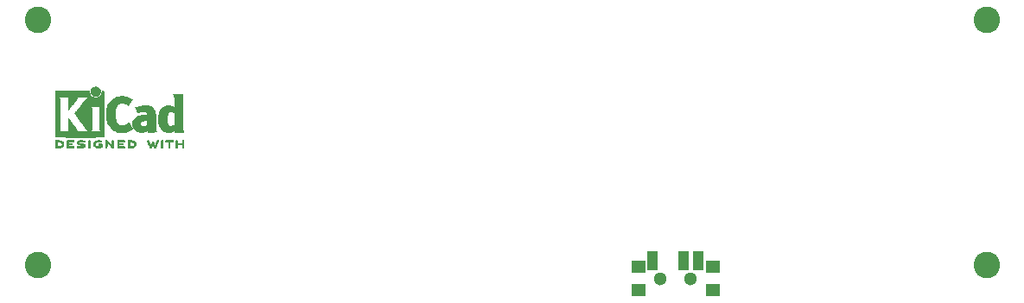
<source format=gbr>
G04 #@! TF.GenerationSoftware,KiCad,Pcbnew,5.1.4-e60b266~84~ubuntu19.04.1*
G04 #@! TF.CreationDate,2019-09-15T17:47:07+02:00*
G04 #@! TF.ProjectId,kicad,6b696361-642e-46b6-9963-61645f706362,rev?*
G04 #@! TF.SameCoordinates,Original*
G04 #@! TF.FileFunction,Soldermask,Top*
G04 #@! TF.FilePolarity,Negative*
%FSLAX46Y46*%
G04 Gerber Fmt 4.6, Leading zero omitted, Abs format (unit mm)*
G04 Created by KiCad (PCBNEW 5.1.4-e60b266~84~ubuntu19.04.1) date 2019-09-15 17:47:07*
%MOMM*%
%LPD*%
G04 APERTURE LIST*
%ADD10C,0.010000*%
%ADD11C,2.600000*%
%ADD12R,1.400000X1.200000*%
%ADD13R,1.100000X1.900000*%
%ADD14C,1.300000*%
G04 APERTURE END LIST*
D10*
G36*
X30699886Y-35273448D02*
G01*
X30723452Y-35287273D01*
X30754265Y-35309881D01*
X30793922Y-35342338D01*
X30844020Y-35385708D01*
X30906157Y-35441058D01*
X30981928Y-35509451D01*
X31068666Y-35588084D01*
X31249289Y-35751878D01*
X31254933Y-35532029D01*
X31256971Y-35456351D01*
X31258937Y-35399994D01*
X31261266Y-35359706D01*
X31264394Y-35332235D01*
X31268755Y-35314329D01*
X31274784Y-35302737D01*
X31282916Y-35294208D01*
X31287228Y-35290623D01*
X31321759Y-35271670D01*
X31354617Y-35274441D01*
X31380682Y-35290633D01*
X31407333Y-35312199D01*
X31410648Y-35627151D01*
X31411565Y-35719779D01*
X31412032Y-35792544D01*
X31411887Y-35848161D01*
X31410968Y-35889342D01*
X31409113Y-35918803D01*
X31406161Y-35939255D01*
X31401950Y-35953413D01*
X31396318Y-35963991D01*
X31390073Y-35972474D01*
X31376561Y-35988207D01*
X31363117Y-35998636D01*
X31347876Y-36002639D01*
X31328974Y-35999094D01*
X31304545Y-35986879D01*
X31272727Y-35964871D01*
X31231652Y-35931949D01*
X31179458Y-35886991D01*
X31114278Y-35828875D01*
X31040444Y-35762099D01*
X30775155Y-35521458D01*
X30769511Y-35740589D01*
X30767469Y-35816128D01*
X30765498Y-35872354D01*
X30763161Y-35912524D01*
X30760019Y-35939896D01*
X30755636Y-35957728D01*
X30749576Y-35969279D01*
X30741400Y-35977807D01*
X30737216Y-35981282D01*
X30700235Y-36000372D01*
X30665292Y-35997493D01*
X30634864Y-35973100D01*
X30627903Y-35963286D01*
X30622477Y-35951826D01*
X30618397Y-35935968D01*
X30615471Y-35912963D01*
X30613508Y-35880062D01*
X30612317Y-35834516D01*
X30611708Y-35773573D01*
X30611489Y-35694486D01*
X30611466Y-35635956D01*
X30611540Y-35544407D01*
X30611887Y-35472687D01*
X30612699Y-35418045D01*
X30614167Y-35377732D01*
X30616481Y-35348998D01*
X30619833Y-35329093D01*
X30624412Y-35315268D01*
X30630411Y-35304772D01*
X30634864Y-35298811D01*
X30646150Y-35284691D01*
X30656699Y-35274029D01*
X30668107Y-35267892D01*
X30681970Y-35267343D01*
X30699886Y-35273448D01*
X30699886Y-35273448D01*
G37*
X30699886Y-35273448D02*
X30723452Y-35287273D01*
X30754265Y-35309881D01*
X30793922Y-35342338D01*
X30844020Y-35385708D01*
X30906157Y-35441058D01*
X30981928Y-35509451D01*
X31068666Y-35588084D01*
X31249289Y-35751878D01*
X31254933Y-35532029D01*
X31256971Y-35456351D01*
X31258937Y-35399994D01*
X31261266Y-35359706D01*
X31264394Y-35332235D01*
X31268755Y-35314329D01*
X31274784Y-35302737D01*
X31282916Y-35294208D01*
X31287228Y-35290623D01*
X31321759Y-35271670D01*
X31354617Y-35274441D01*
X31380682Y-35290633D01*
X31407333Y-35312199D01*
X31410648Y-35627151D01*
X31411565Y-35719779D01*
X31412032Y-35792544D01*
X31411887Y-35848161D01*
X31410968Y-35889342D01*
X31409113Y-35918803D01*
X31406161Y-35939255D01*
X31401950Y-35953413D01*
X31396318Y-35963991D01*
X31390073Y-35972474D01*
X31376561Y-35988207D01*
X31363117Y-35998636D01*
X31347876Y-36002639D01*
X31328974Y-35999094D01*
X31304545Y-35986879D01*
X31272727Y-35964871D01*
X31231652Y-35931949D01*
X31179458Y-35886991D01*
X31114278Y-35828875D01*
X31040444Y-35762099D01*
X30775155Y-35521458D01*
X30769511Y-35740589D01*
X30767469Y-35816128D01*
X30765498Y-35872354D01*
X30763161Y-35912524D01*
X30760019Y-35939896D01*
X30755636Y-35957728D01*
X30749576Y-35969279D01*
X30741400Y-35977807D01*
X30737216Y-35981282D01*
X30700235Y-36000372D01*
X30665292Y-35997493D01*
X30634864Y-35973100D01*
X30627903Y-35963286D01*
X30622477Y-35951826D01*
X30618397Y-35935968D01*
X30615471Y-35912963D01*
X30613508Y-35880062D01*
X30612317Y-35834516D01*
X30611708Y-35773573D01*
X30611489Y-35694486D01*
X30611466Y-35635956D01*
X30611540Y-35544407D01*
X30611887Y-35472687D01*
X30612699Y-35418045D01*
X30614167Y-35377732D01*
X30616481Y-35348998D01*
X30619833Y-35329093D01*
X30624412Y-35315268D01*
X30630411Y-35304772D01*
X30634864Y-35298811D01*
X30646150Y-35284691D01*
X30656699Y-35274029D01*
X30668107Y-35267892D01*
X30681970Y-35267343D01*
X30699886Y-35273448D01*
G36*
X32230343Y-35269260D02*
G01*
X32306701Y-35270174D01*
X32365217Y-35272311D01*
X32408255Y-35276175D01*
X32438183Y-35282267D01*
X32457368Y-35291090D01*
X32468176Y-35303146D01*
X32472973Y-35318939D01*
X32474127Y-35338970D01*
X32474133Y-35341335D01*
X32473131Y-35363992D01*
X32468396Y-35381503D01*
X32457333Y-35394574D01*
X32437348Y-35403913D01*
X32405846Y-35410227D01*
X32360232Y-35414222D01*
X32297913Y-35416606D01*
X32216293Y-35418086D01*
X32191277Y-35418414D01*
X31949200Y-35421467D01*
X31945814Y-35486378D01*
X31942429Y-35551289D01*
X32110576Y-35551289D01*
X32176266Y-35551531D01*
X32223172Y-35552556D01*
X32255083Y-35554811D01*
X32275791Y-35558742D01*
X32289084Y-35564798D01*
X32298755Y-35573424D01*
X32298817Y-35573493D01*
X32316356Y-35607112D01*
X32315722Y-35643448D01*
X32297314Y-35674423D01*
X32293671Y-35677607D01*
X32280741Y-35685812D01*
X32263024Y-35691521D01*
X32236570Y-35695162D01*
X32197432Y-35697167D01*
X32141662Y-35697964D01*
X32105994Y-35698045D01*
X31943555Y-35698045D01*
X31943555Y-35856089D01*
X32190161Y-35856089D01*
X32271580Y-35856231D01*
X32333410Y-35856814D01*
X32378637Y-35858068D01*
X32410248Y-35860227D01*
X32431231Y-35863523D01*
X32444573Y-35868189D01*
X32453261Y-35874457D01*
X32455450Y-35876733D01*
X32471614Y-35908280D01*
X32472797Y-35944168D01*
X32459536Y-35975285D01*
X32449043Y-35985271D01*
X32438129Y-35990769D01*
X32421217Y-35995022D01*
X32395633Y-35998180D01*
X32358701Y-36000392D01*
X32307746Y-36001806D01*
X32240094Y-36002572D01*
X32153069Y-36002838D01*
X32133394Y-36002845D01*
X32044911Y-36002787D01*
X31976227Y-36002467D01*
X31924564Y-36001667D01*
X31887145Y-36000167D01*
X31861190Y-35997749D01*
X31843922Y-35994194D01*
X31832562Y-35989282D01*
X31824332Y-35982795D01*
X31819817Y-35978138D01*
X31813021Y-35969889D01*
X31807712Y-35959669D01*
X31803706Y-35944800D01*
X31800821Y-35922602D01*
X31798874Y-35890393D01*
X31797681Y-35845496D01*
X31797061Y-35785228D01*
X31796829Y-35706911D01*
X31796800Y-35640994D01*
X31796871Y-35548628D01*
X31797208Y-35476117D01*
X31797998Y-35420737D01*
X31799426Y-35379765D01*
X31801679Y-35350478D01*
X31804943Y-35330153D01*
X31809404Y-35316066D01*
X31815248Y-35305495D01*
X31820197Y-35298811D01*
X31843594Y-35269067D01*
X32133774Y-35269067D01*
X32230343Y-35269260D01*
X32230343Y-35269260D01*
G37*
X32230343Y-35269260D02*
X32306701Y-35270174D01*
X32365217Y-35272311D01*
X32408255Y-35276175D01*
X32438183Y-35282267D01*
X32457368Y-35291090D01*
X32468176Y-35303146D01*
X32472973Y-35318939D01*
X32474127Y-35338970D01*
X32474133Y-35341335D01*
X32473131Y-35363992D01*
X32468396Y-35381503D01*
X32457333Y-35394574D01*
X32437348Y-35403913D01*
X32405846Y-35410227D01*
X32360232Y-35414222D01*
X32297913Y-35416606D01*
X32216293Y-35418086D01*
X32191277Y-35418414D01*
X31949200Y-35421467D01*
X31945814Y-35486378D01*
X31942429Y-35551289D01*
X32110576Y-35551289D01*
X32176266Y-35551531D01*
X32223172Y-35552556D01*
X32255083Y-35554811D01*
X32275791Y-35558742D01*
X32289084Y-35564798D01*
X32298755Y-35573424D01*
X32298817Y-35573493D01*
X32316356Y-35607112D01*
X32315722Y-35643448D01*
X32297314Y-35674423D01*
X32293671Y-35677607D01*
X32280741Y-35685812D01*
X32263024Y-35691521D01*
X32236570Y-35695162D01*
X32197432Y-35697167D01*
X32141662Y-35697964D01*
X32105994Y-35698045D01*
X31943555Y-35698045D01*
X31943555Y-35856089D01*
X32190161Y-35856089D01*
X32271580Y-35856231D01*
X32333410Y-35856814D01*
X32378637Y-35858068D01*
X32410248Y-35860227D01*
X32431231Y-35863523D01*
X32444573Y-35868189D01*
X32453261Y-35874457D01*
X32455450Y-35876733D01*
X32471614Y-35908280D01*
X32472797Y-35944168D01*
X32459536Y-35975285D01*
X32449043Y-35985271D01*
X32438129Y-35990769D01*
X32421217Y-35995022D01*
X32395633Y-35998180D01*
X32358701Y-36000392D01*
X32307746Y-36001806D01*
X32240094Y-36002572D01*
X32153069Y-36002838D01*
X32133394Y-36002845D01*
X32044911Y-36002787D01*
X31976227Y-36002467D01*
X31924564Y-36001667D01*
X31887145Y-36000167D01*
X31861190Y-35997749D01*
X31843922Y-35994194D01*
X31832562Y-35989282D01*
X31824332Y-35982795D01*
X31819817Y-35978138D01*
X31813021Y-35969889D01*
X31807712Y-35959669D01*
X31803706Y-35944800D01*
X31800821Y-35922602D01*
X31798874Y-35890393D01*
X31797681Y-35845496D01*
X31797061Y-35785228D01*
X31796829Y-35706911D01*
X31796800Y-35640994D01*
X31796871Y-35548628D01*
X31797208Y-35476117D01*
X31797998Y-35420737D01*
X31799426Y-35379765D01*
X31801679Y-35350478D01*
X31804943Y-35330153D01*
X31809404Y-35316066D01*
X31815248Y-35305495D01*
X31820197Y-35298811D01*
X31843594Y-35269067D01*
X32133774Y-35269067D01*
X32230343Y-35269260D01*
G36*
X33018309Y-35269275D02*
G01*
X33147288Y-35273636D01*
X33256991Y-35286861D01*
X33349226Y-35309741D01*
X33425802Y-35343070D01*
X33488527Y-35387638D01*
X33539212Y-35444236D01*
X33579663Y-35513658D01*
X33580459Y-35515351D01*
X33604601Y-35577483D01*
X33613203Y-35632509D01*
X33606231Y-35687887D01*
X33583654Y-35751073D01*
X33579372Y-35760689D01*
X33550172Y-35816966D01*
X33517356Y-35860451D01*
X33475002Y-35897417D01*
X33417190Y-35934135D01*
X33413831Y-35936052D01*
X33363504Y-35960227D01*
X33306621Y-35978282D01*
X33239527Y-35990839D01*
X33158565Y-35998522D01*
X33060082Y-36001953D01*
X33025286Y-36002251D01*
X32859594Y-36002845D01*
X32836197Y-35973100D01*
X32829257Y-35963319D01*
X32823842Y-35951897D01*
X32819765Y-35936095D01*
X32816837Y-35913175D01*
X32814867Y-35880396D01*
X32814225Y-35856089D01*
X32970844Y-35856089D01*
X33064726Y-35856089D01*
X33119664Y-35854483D01*
X33176060Y-35850255D01*
X33222345Y-35844292D01*
X33225139Y-35843790D01*
X33307348Y-35821736D01*
X33371114Y-35788600D01*
X33418452Y-35742847D01*
X33451382Y-35682939D01*
X33457108Y-35667061D01*
X33462721Y-35642333D01*
X33460291Y-35617902D01*
X33448467Y-35585400D01*
X33441340Y-35569434D01*
X33418000Y-35527006D01*
X33389880Y-35497240D01*
X33358940Y-35476511D01*
X33296966Y-35449537D01*
X33217651Y-35429998D01*
X33125253Y-35418746D01*
X33058333Y-35416270D01*
X32970844Y-35415822D01*
X32970844Y-35856089D01*
X32814225Y-35856089D01*
X32813668Y-35835021D01*
X32813050Y-35774311D01*
X32812825Y-35695526D01*
X32812800Y-35633920D01*
X32812800Y-35324485D01*
X32840509Y-35296776D01*
X32852806Y-35285544D01*
X32866103Y-35277853D01*
X32884672Y-35273040D01*
X32912786Y-35270446D01*
X32954717Y-35269410D01*
X33014737Y-35269270D01*
X33018309Y-35269275D01*
X33018309Y-35269275D01*
G37*
X33018309Y-35269275D02*
X33147288Y-35273636D01*
X33256991Y-35286861D01*
X33349226Y-35309741D01*
X33425802Y-35343070D01*
X33488527Y-35387638D01*
X33539212Y-35444236D01*
X33579663Y-35513658D01*
X33580459Y-35515351D01*
X33604601Y-35577483D01*
X33613203Y-35632509D01*
X33606231Y-35687887D01*
X33583654Y-35751073D01*
X33579372Y-35760689D01*
X33550172Y-35816966D01*
X33517356Y-35860451D01*
X33475002Y-35897417D01*
X33417190Y-35934135D01*
X33413831Y-35936052D01*
X33363504Y-35960227D01*
X33306621Y-35978282D01*
X33239527Y-35990839D01*
X33158565Y-35998522D01*
X33060082Y-36001953D01*
X33025286Y-36002251D01*
X32859594Y-36002845D01*
X32836197Y-35973100D01*
X32829257Y-35963319D01*
X32823842Y-35951897D01*
X32819765Y-35936095D01*
X32816837Y-35913175D01*
X32814867Y-35880396D01*
X32814225Y-35856089D01*
X32970844Y-35856089D01*
X33064726Y-35856089D01*
X33119664Y-35854483D01*
X33176060Y-35850255D01*
X33222345Y-35844292D01*
X33225139Y-35843790D01*
X33307348Y-35821736D01*
X33371114Y-35788600D01*
X33418452Y-35742847D01*
X33451382Y-35682939D01*
X33457108Y-35667061D01*
X33462721Y-35642333D01*
X33460291Y-35617902D01*
X33448467Y-35585400D01*
X33441340Y-35569434D01*
X33418000Y-35527006D01*
X33389880Y-35497240D01*
X33358940Y-35476511D01*
X33296966Y-35449537D01*
X33217651Y-35429998D01*
X33125253Y-35418746D01*
X33058333Y-35416270D01*
X32970844Y-35415822D01*
X32970844Y-35856089D01*
X32814225Y-35856089D01*
X32813668Y-35835021D01*
X32813050Y-35774311D01*
X32812825Y-35695526D01*
X32812800Y-35633920D01*
X32812800Y-35324485D01*
X32840509Y-35296776D01*
X32852806Y-35285544D01*
X32866103Y-35277853D01*
X32884672Y-35273040D01*
X32912786Y-35270446D01*
X32954717Y-35269410D01*
X33014737Y-35269270D01*
X33018309Y-35269275D01*
G36*
X35744665Y-35271034D02*
G01*
X35764255Y-35278035D01*
X35765010Y-35278377D01*
X35791613Y-35298678D01*
X35806270Y-35319561D01*
X35809138Y-35329352D01*
X35808996Y-35342361D01*
X35804961Y-35360895D01*
X35796146Y-35387257D01*
X35781669Y-35423752D01*
X35760645Y-35472687D01*
X35732188Y-35536365D01*
X35695415Y-35617093D01*
X35675175Y-35661216D01*
X35638625Y-35739985D01*
X35604315Y-35812423D01*
X35573552Y-35875880D01*
X35547648Y-35927708D01*
X35527910Y-35965259D01*
X35515650Y-35985884D01*
X35513224Y-35988733D01*
X35482183Y-36001302D01*
X35447121Y-35999619D01*
X35419000Y-35984332D01*
X35417854Y-35983089D01*
X35406668Y-35966154D01*
X35387904Y-35933170D01*
X35363875Y-35888380D01*
X35336897Y-35836032D01*
X35327201Y-35816742D01*
X35254014Y-35670150D01*
X35174240Y-35829393D01*
X35145767Y-35884415D01*
X35119350Y-35932132D01*
X35097148Y-35968893D01*
X35081319Y-35991044D01*
X35075954Y-35995741D01*
X35034257Y-36002102D01*
X34999849Y-35988733D01*
X34989728Y-35974446D01*
X34972214Y-35942692D01*
X34948735Y-35896597D01*
X34920720Y-35839285D01*
X34889599Y-35773880D01*
X34856799Y-35703507D01*
X34823750Y-35631291D01*
X34791881Y-35560355D01*
X34762619Y-35493825D01*
X34737395Y-35434826D01*
X34717636Y-35386481D01*
X34704772Y-35351915D01*
X34700231Y-35334253D01*
X34700277Y-35333613D01*
X34711326Y-35311388D01*
X34733410Y-35288753D01*
X34734710Y-35287768D01*
X34761853Y-35272425D01*
X34786958Y-35272574D01*
X34796368Y-35275466D01*
X34807834Y-35281718D01*
X34820010Y-35294014D01*
X34834357Y-35314908D01*
X34852336Y-35346949D01*
X34875407Y-35392688D01*
X34905030Y-35454677D01*
X34931745Y-35511898D01*
X34962480Y-35578226D01*
X34990021Y-35637874D01*
X35012938Y-35687725D01*
X35029798Y-35724664D01*
X35039173Y-35745573D01*
X35040540Y-35748845D01*
X35046689Y-35743497D01*
X35060822Y-35721109D01*
X35081057Y-35684946D01*
X35105515Y-35638277D01*
X35115248Y-35619022D01*
X35148217Y-35554004D01*
X35173643Y-35506654D01*
X35193612Y-35474219D01*
X35210210Y-35453946D01*
X35225524Y-35443082D01*
X35241640Y-35438875D01*
X35252143Y-35438400D01*
X35270670Y-35440042D01*
X35286904Y-35446831D01*
X35303035Y-35461566D01*
X35321251Y-35487044D01*
X35343739Y-35526061D01*
X35372689Y-35581414D01*
X35388662Y-35612903D01*
X35414570Y-35663087D01*
X35437167Y-35704704D01*
X35454458Y-35734242D01*
X35464450Y-35748189D01*
X35465809Y-35748770D01*
X35472261Y-35737793D01*
X35486708Y-35709290D01*
X35507703Y-35666244D01*
X35533797Y-35611638D01*
X35563546Y-35548454D01*
X35578180Y-35517071D01*
X35616250Y-35436078D01*
X35646905Y-35373756D01*
X35671737Y-35328071D01*
X35692337Y-35296989D01*
X35710298Y-35278478D01*
X35727210Y-35270504D01*
X35744665Y-35271034D01*
X35744665Y-35271034D01*
G37*
X35744665Y-35271034D02*
X35764255Y-35278035D01*
X35765010Y-35278377D01*
X35791613Y-35298678D01*
X35806270Y-35319561D01*
X35809138Y-35329352D01*
X35808996Y-35342361D01*
X35804961Y-35360895D01*
X35796146Y-35387257D01*
X35781669Y-35423752D01*
X35760645Y-35472687D01*
X35732188Y-35536365D01*
X35695415Y-35617093D01*
X35675175Y-35661216D01*
X35638625Y-35739985D01*
X35604315Y-35812423D01*
X35573552Y-35875880D01*
X35547648Y-35927708D01*
X35527910Y-35965259D01*
X35515650Y-35985884D01*
X35513224Y-35988733D01*
X35482183Y-36001302D01*
X35447121Y-35999619D01*
X35419000Y-35984332D01*
X35417854Y-35983089D01*
X35406668Y-35966154D01*
X35387904Y-35933170D01*
X35363875Y-35888380D01*
X35336897Y-35836032D01*
X35327201Y-35816742D01*
X35254014Y-35670150D01*
X35174240Y-35829393D01*
X35145767Y-35884415D01*
X35119350Y-35932132D01*
X35097148Y-35968893D01*
X35081319Y-35991044D01*
X35075954Y-35995741D01*
X35034257Y-36002102D01*
X34999849Y-35988733D01*
X34989728Y-35974446D01*
X34972214Y-35942692D01*
X34948735Y-35896597D01*
X34920720Y-35839285D01*
X34889599Y-35773880D01*
X34856799Y-35703507D01*
X34823750Y-35631291D01*
X34791881Y-35560355D01*
X34762619Y-35493825D01*
X34737395Y-35434826D01*
X34717636Y-35386481D01*
X34704772Y-35351915D01*
X34700231Y-35334253D01*
X34700277Y-35333613D01*
X34711326Y-35311388D01*
X34733410Y-35288753D01*
X34734710Y-35287768D01*
X34761853Y-35272425D01*
X34786958Y-35272574D01*
X34796368Y-35275466D01*
X34807834Y-35281718D01*
X34820010Y-35294014D01*
X34834357Y-35314908D01*
X34852336Y-35346949D01*
X34875407Y-35392688D01*
X34905030Y-35454677D01*
X34931745Y-35511898D01*
X34962480Y-35578226D01*
X34990021Y-35637874D01*
X35012938Y-35687725D01*
X35029798Y-35724664D01*
X35039173Y-35745573D01*
X35040540Y-35748845D01*
X35046689Y-35743497D01*
X35060822Y-35721109D01*
X35081057Y-35684946D01*
X35105515Y-35638277D01*
X35115248Y-35619022D01*
X35148217Y-35554004D01*
X35173643Y-35506654D01*
X35193612Y-35474219D01*
X35210210Y-35453946D01*
X35225524Y-35443082D01*
X35241640Y-35438875D01*
X35252143Y-35438400D01*
X35270670Y-35440042D01*
X35286904Y-35446831D01*
X35303035Y-35461566D01*
X35321251Y-35487044D01*
X35343739Y-35526061D01*
X35372689Y-35581414D01*
X35388662Y-35612903D01*
X35414570Y-35663087D01*
X35437167Y-35704704D01*
X35454458Y-35734242D01*
X35464450Y-35748189D01*
X35465809Y-35748770D01*
X35472261Y-35737793D01*
X35486708Y-35709290D01*
X35507703Y-35666244D01*
X35533797Y-35611638D01*
X35563546Y-35548454D01*
X35578180Y-35517071D01*
X35616250Y-35436078D01*
X35646905Y-35373756D01*
X35671737Y-35328071D01*
X35692337Y-35296989D01*
X35710298Y-35278478D01*
X35727210Y-35270504D01*
X35744665Y-35271034D01*
G36*
X36188614Y-35275877D02*
G01*
X36212327Y-35290647D01*
X36238978Y-35312227D01*
X36238978Y-35633773D01*
X36238893Y-35727830D01*
X36238529Y-35801932D01*
X36237724Y-35858704D01*
X36236313Y-35900768D01*
X36234133Y-35930748D01*
X36231021Y-35951267D01*
X36226814Y-35964949D01*
X36221348Y-35974416D01*
X36217472Y-35979082D01*
X36186034Y-35999575D01*
X36150233Y-35998739D01*
X36118873Y-35981264D01*
X36092222Y-35959684D01*
X36092222Y-35312227D01*
X36118873Y-35290647D01*
X36144594Y-35274949D01*
X36165600Y-35269067D01*
X36188614Y-35275877D01*
X36188614Y-35275877D01*
G37*
X36188614Y-35275877D02*
X36212327Y-35290647D01*
X36238978Y-35312227D01*
X36238978Y-35633773D01*
X36238893Y-35727830D01*
X36238529Y-35801932D01*
X36237724Y-35858704D01*
X36236313Y-35900768D01*
X36234133Y-35930748D01*
X36231021Y-35951267D01*
X36226814Y-35964949D01*
X36221348Y-35974416D01*
X36217472Y-35979082D01*
X36186034Y-35999575D01*
X36150233Y-35998739D01*
X36118873Y-35981264D01*
X36092222Y-35959684D01*
X36092222Y-35312227D01*
X36118873Y-35290647D01*
X36144594Y-35274949D01*
X36165600Y-35269067D01*
X36188614Y-35275877D01*
G36*
X29076178Y-35291645D02*
G01*
X29082758Y-35299218D01*
X29087921Y-35308987D01*
X29091836Y-35323571D01*
X29094676Y-35345585D01*
X29096613Y-35377648D01*
X29097817Y-35422375D01*
X29098461Y-35482385D01*
X29098716Y-35560294D01*
X29098755Y-35635956D01*
X29098686Y-35729802D01*
X29098362Y-35803689D01*
X29097614Y-35860232D01*
X29096268Y-35902049D01*
X29094154Y-35931757D01*
X29091100Y-35951973D01*
X29086934Y-35965314D01*
X29081484Y-35974398D01*
X29076178Y-35980267D01*
X29043174Y-35999947D01*
X29008009Y-35998181D01*
X28976545Y-35976717D01*
X28969316Y-35968337D01*
X28963666Y-35958614D01*
X28959401Y-35944861D01*
X28956327Y-35924389D01*
X28954248Y-35894512D01*
X28952970Y-35852541D01*
X28952299Y-35795789D01*
X28952041Y-35721567D01*
X28952000Y-35637537D01*
X28952000Y-35324485D01*
X28979709Y-35296776D01*
X29013863Y-35273463D01*
X29046994Y-35272623D01*
X29076178Y-35291645D01*
X29076178Y-35291645D01*
G37*
X29076178Y-35291645D02*
X29082758Y-35299218D01*
X29087921Y-35308987D01*
X29091836Y-35323571D01*
X29094676Y-35345585D01*
X29096613Y-35377648D01*
X29097817Y-35422375D01*
X29098461Y-35482385D01*
X29098716Y-35560294D01*
X29098755Y-35635956D01*
X29098686Y-35729802D01*
X29098362Y-35803689D01*
X29097614Y-35860232D01*
X29096268Y-35902049D01*
X29094154Y-35931757D01*
X29091100Y-35951973D01*
X29086934Y-35965314D01*
X29081484Y-35974398D01*
X29076178Y-35980267D01*
X29043174Y-35999947D01*
X29008009Y-35998181D01*
X28976545Y-35976717D01*
X28969316Y-35968337D01*
X28963666Y-35958614D01*
X28959401Y-35944861D01*
X28956327Y-35924389D01*
X28954248Y-35894512D01*
X28952970Y-35852541D01*
X28952299Y-35795789D01*
X28952041Y-35721567D01*
X28952000Y-35637537D01*
X28952000Y-35324485D01*
X28979709Y-35296776D01*
X29013863Y-35273463D01*
X29046994Y-35272623D01*
X29076178Y-35291645D01*
G36*
X28308297Y-35270351D02*
G01*
X28383112Y-35275581D01*
X28452694Y-35283750D01*
X28512998Y-35294550D01*
X28559980Y-35307673D01*
X28589594Y-35322813D01*
X28594140Y-35327269D01*
X28609946Y-35361850D01*
X28605153Y-35397351D01*
X28580636Y-35427725D01*
X28579466Y-35428596D01*
X28565046Y-35437954D01*
X28549992Y-35442876D01*
X28528995Y-35443473D01*
X28496743Y-35439861D01*
X28447927Y-35432154D01*
X28444000Y-35431505D01*
X28371261Y-35422569D01*
X28292783Y-35418161D01*
X28214073Y-35418119D01*
X28140639Y-35422279D01*
X28077989Y-35430479D01*
X28031630Y-35442557D01*
X28028584Y-35443771D01*
X27994952Y-35462615D01*
X27983136Y-35481685D01*
X27992386Y-35500439D01*
X28021953Y-35518337D01*
X28071089Y-35534837D01*
X28139043Y-35549396D01*
X28184355Y-35556406D01*
X28278544Y-35569889D01*
X28353456Y-35582214D01*
X28412283Y-35594449D01*
X28458215Y-35607661D01*
X28494445Y-35622917D01*
X28524162Y-35641285D01*
X28550558Y-35663831D01*
X28571770Y-35685971D01*
X28596935Y-35716819D01*
X28609319Y-35743345D01*
X28613192Y-35776026D01*
X28613333Y-35787995D01*
X28610424Y-35827712D01*
X28598798Y-35857259D01*
X28578677Y-35883486D01*
X28537784Y-35923576D01*
X28492183Y-35954149D01*
X28438487Y-35976203D01*
X28373308Y-35990735D01*
X28293256Y-35998741D01*
X28194943Y-36001218D01*
X28178711Y-36001177D01*
X28113151Y-35999818D01*
X28048134Y-35996730D01*
X27990748Y-35992356D01*
X27948078Y-35987140D01*
X27944628Y-35986541D01*
X27902204Y-35976491D01*
X27866220Y-35963796D01*
X27845850Y-35952190D01*
X27826893Y-35921572D01*
X27825573Y-35885918D01*
X27841915Y-35854144D01*
X27845571Y-35850551D01*
X27860685Y-35839876D01*
X27879585Y-35835276D01*
X27908838Y-35836059D01*
X27944349Y-35840127D01*
X27984030Y-35843762D01*
X28039655Y-35846828D01*
X28104594Y-35849053D01*
X28172215Y-35850164D01*
X28190000Y-35850237D01*
X28257872Y-35849964D01*
X28307546Y-35848646D01*
X28343390Y-35845827D01*
X28369776Y-35841050D01*
X28391074Y-35833857D01*
X28403874Y-35827867D01*
X28432000Y-35811233D01*
X28449932Y-35796168D01*
X28452553Y-35791897D01*
X28447024Y-35774263D01*
X28420740Y-35757192D01*
X28375522Y-35741458D01*
X28313192Y-35727838D01*
X28294829Y-35724804D01*
X28198910Y-35709738D01*
X28122359Y-35697146D01*
X28062220Y-35686111D01*
X28015540Y-35675720D01*
X27979363Y-35665056D01*
X27950735Y-35653205D01*
X27926702Y-35639251D01*
X27904308Y-35622281D01*
X27880598Y-35601378D01*
X27872620Y-35594049D01*
X27844647Y-35566699D01*
X27829840Y-35545029D01*
X27824048Y-35520232D01*
X27823111Y-35488983D01*
X27833425Y-35427705D01*
X27864248Y-35375640D01*
X27915405Y-35332958D01*
X27986717Y-35299825D01*
X28037600Y-35284964D01*
X28092900Y-35275366D01*
X28159147Y-35269936D01*
X28232294Y-35268367D01*
X28308297Y-35270351D01*
X28308297Y-35270351D01*
G37*
X28308297Y-35270351D02*
X28383112Y-35275581D01*
X28452694Y-35283750D01*
X28512998Y-35294550D01*
X28559980Y-35307673D01*
X28589594Y-35322813D01*
X28594140Y-35327269D01*
X28609946Y-35361850D01*
X28605153Y-35397351D01*
X28580636Y-35427725D01*
X28579466Y-35428596D01*
X28565046Y-35437954D01*
X28549992Y-35442876D01*
X28528995Y-35443473D01*
X28496743Y-35439861D01*
X28447927Y-35432154D01*
X28444000Y-35431505D01*
X28371261Y-35422569D01*
X28292783Y-35418161D01*
X28214073Y-35418119D01*
X28140639Y-35422279D01*
X28077989Y-35430479D01*
X28031630Y-35442557D01*
X28028584Y-35443771D01*
X27994952Y-35462615D01*
X27983136Y-35481685D01*
X27992386Y-35500439D01*
X28021953Y-35518337D01*
X28071089Y-35534837D01*
X28139043Y-35549396D01*
X28184355Y-35556406D01*
X28278544Y-35569889D01*
X28353456Y-35582214D01*
X28412283Y-35594449D01*
X28458215Y-35607661D01*
X28494445Y-35622917D01*
X28524162Y-35641285D01*
X28550558Y-35663831D01*
X28571770Y-35685971D01*
X28596935Y-35716819D01*
X28609319Y-35743345D01*
X28613192Y-35776026D01*
X28613333Y-35787995D01*
X28610424Y-35827712D01*
X28598798Y-35857259D01*
X28578677Y-35883486D01*
X28537784Y-35923576D01*
X28492183Y-35954149D01*
X28438487Y-35976203D01*
X28373308Y-35990735D01*
X28293256Y-35998741D01*
X28194943Y-36001218D01*
X28178711Y-36001177D01*
X28113151Y-35999818D01*
X28048134Y-35996730D01*
X27990748Y-35992356D01*
X27948078Y-35987140D01*
X27944628Y-35986541D01*
X27902204Y-35976491D01*
X27866220Y-35963796D01*
X27845850Y-35952190D01*
X27826893Y-35921572D01*
X27825573Y-35885918D01*
X27841915Y-35854144D01*
X27845571Y-35850551D01*
X27860685Y-35839876D01*
X27879585Y-35835276D01*
X27908838Y-35836059D01*
X27944349Y-35840127D01*
X27984030Y-35843762D01*
X28039655Y-35846828D01*
X28104594Y-35849053D01*
X28172215Y-35850164D01*
X28190000Y-35850237D01*
X28257872Y-35849964D01*
X28307546Y-35848646D01*
X28343390Y-35845827D01*
X28369776Y-35841050D01*
X28391074Y-35833857D01*
X28403874Y-35827867D01*
X28432000Y-35811233D01*
X28449932Y-35796168D01*
X28452553Y-35791897D01*
X28447024Y-35774263D01*
X28420740Y-35757192D01*
X28375522Y-35741458D01*
X28313192Y-35727838D01*
X28294829Y-35724804D01*
X28198910Y-35709738D01*
X28122359Y-35697146D01*
X28062220Y-35686111D01*
X28015540Y-35675720D01*
X27979363Y-35665056D01*
X27950735Y-35653205D01*
X27926702Y-35639251D01*
X27904308Y-35622281D01*
X27880598Y-35601378D01*
X27872620Y-35594049D01*
X27844647Y-35566699D01*
X27829840Y-35545029D01*
X27824048Y-35520232D01*
X27823111Y-35488983D01*
X27833425Y-35427705D01*
X27864248Y-35375640D01*
X27915405Y-35332958D01*
X27986717Y-35299825D01*
X28037600Y-35284964D01*
X28092900Y-35275366D01*
X28159147Y-35269936D01*
X28232294Y-35268367D01*
X28308297Y-35270351D01*
G36*
X27287206Y-35269146D02*
G01*
X27356614Y-35269518D01*
X27409003Y-35270385D01*
X27447153Y-35271946D01*
X27473841Y-35274403D01*
X27491847Y-35277957D01*
X27503951Y-35282810D01*
X27512931Y-35289161D01*
X27516182Y-35292084D01*
X27535957Y-35323142D01*
X27539518Y-35358828D01*
X27526509Y-35390510D01*
X27520494Y-35396913D01*
X27510765Y-35403121D01*
X27495099Y-35407910D01*
X27470592Y-35411514D01*
X27434339Y-35414164D01*
X27383435Y-35416095D01*
X27314974Y-35417539D01*
X27252383Y-35418418D01*
X27004666Y-35421467D01*
X27001281Y-35486378D01*
X26997895Y-35551289D01*
X27166042Y-35551289D01*
X27239041Y-35551919D01*
X27292483Y-35554553D01*
X27329372Y-35560309D01*
X27352712Y-35570304D01*
X27365506Y-35585656D01*
X27370758Y-35607482D01*
X27371555Y-35627738D01*
X27369077Y-35652592D01*
X27359723Y-35670906D01*
X27340617Y-35683637D01*
X27308882Y-35691741D01*
X27261641Y-35696176D01*
X27196017Y-35697899D01*
X27160199Y-35698045D01*
X26999022Y-35698045D01*
X26999022Y-35856089D01*
X27247378Y-35856089D01*
X27328787Y-35856202D01*
X27390658Y-35856712D01*
X27436032Y-35857870D01*
X27467946Y-35859930D01*
X27489441Y-35863146D01*
X27503557Y-35867772D01*
X27513332Y-35874059D01*
X27518311Y-35878667D01*
X27535390Y-35905560D01*
X27540889Y-35929467D01*
X27533037Y-35958667D01*
X27518311Y-35980267D01*
X27510454Y-35987066D01*
X27500312Y-35992346D01*
X27485156Y-35996298D01*
X27462259Y-35999113D01*
X27428891Y-36000982D01*
X27382325Y-36002098D01*
X27319833Y-36002651D01*
X27238686Y-36002833D01*
X27196578Y-36002845D01*
X27106402Y-36002765D01*
X27036076Y-36002398D01*
X26982871Y-36001552D01*
X26944060Y-36000036D01*
X26916913Y-35997659D01*
X26898702Y-35994229D01*
X26886700Y-35989554D01*
X26878178Y-35983444D01*
X26874844Y-35980267D01*
X26868245Y-35972670D01*
X26863073Y-35962870D01*
X26859154Y-35948239D01*
X26856316Y-35926152D01*
X26854385Y-35893982D01*
X26853188Y-35849103D01*
X26852552Y-35788889D01*
X26852303Y-35710713D01*
X26852266Y-35637923D01*
X26852300Y-35544707D01*
X26852535Y-35471431D01*
X26853170Y-35415458D01*
X26854406Y-35374151D01*
X26856444Y-35344872D01*
X26859483Y-35324984D01*
X26863723Y-35311850D01*
X26869365Y-35302832D01*
X26876609Y-35295293D01*
X26878394Y-35293612D01*
X26887055Y-35286172D01*
X26897118Y-35280409D01*
X26911375Y-35276112D01*
X26932617Y-35273064D01*
X26963636Y-35271051D01*
X27007223Y-35269860D01*
X27066169Y-35269275D01*
X27143266Y-35269083D01*
X27197999Y-35269067D01*
X27287206Y-35269146D01*
X27287206Y-35269146D01*
G37*
X27287206Y-35269146D02*
X27356614Y-35269518D01*
X27409003Y-35270385D01*
X27447153Y-35271946D01*
X27473841Y-35274403D01*
X27491847Y-35277957D01*
X27503951Y-35282810D01*
X27512931Y-35289161D01*
X27516182Y-35292084D01*
X27535957Y-35323142D01*
X27539518Y-35358828D01*
X27526509Y-35390510D01*
X27520494Y-35396913D01*
X27510765Y-35403121D01*
X27495099Y-35407910D01*
X27470592Y-35411514D01*
X27434339Y-35414164D01*
X27383435Y-35416095D01*
X27314974Y-35417539D01*
X27252383Y-35418418D01*
X27004666Y-35421467D01*
X27001281Y-35486378D01*
X26997895Y-35551289D01*
X27166042Y-35551289D01*
X27239041Y-35551919D01*
X27292483Y-35554553D01*
X27329372Y-35560309D01*
X27352712Y-35570304D01*
X27365506Y-35585656D01*
X27370758Y-35607482D01*
X27371555Y-35627738D01*
X27369077Y-35652592D01*
X27359723Y-35670906D01*
X27340617Y-35683637D01*
X27308882Y-35691741D01*
X27261641Y-35696176D01*
X27196017Y-35697899D01*
X27160199Y-35698045D01*
X26999022Y-35698045D01*
X26999022Y-35856089D01*
X27247378Y-35856089D01*
X27328787Y-35856202D01*
X27390658Y-35856712D01*
X27436032Y-35857870D01*
X27467946Y-35859930D01*
X27489441Y-35863146D01*
X27503557Y-35867772D01*
X27513332Y-35874059D01*
X27518311Y-35878667D01*
X27535390Y-35905560D01*
X27540889Y-35929467D01*
X27533037Y-35958667D01*
X27518311Y-35980267D01*
X27510454Y-35987066D01*
X27500312Y-35992346D01*
X27485156Y-35996298D01*
X27462259Y-35999113D01*
X27428891Y-36000982D01*
X27382325Y-36002098D01*
X27319833Y-36002651D01*
X27238686Y-36002833D01*
X27196578Y-36002845D01*
X27106402Y-36002765D01*
X27036076Y-36002398D01*
X26982871Y-36001552D01*
X26944060Y-36000036D01*
X26916913Y-35997659D01*
X26898702Y-35994229D01*
X26886700Y-35989554D01*
X26878178Y-35983444D01*
X26874844Y-35980267D01*
X26868245Y-35972670D01*
X26863073Y-35962870D01*
X26859154Y-35948239D01*
X26856316Y-35926152D01*
X26854385Y-35893982D01*
X26853188Y-35849103D01*
X26852552Y-35788889D01*
X26852303Y-35710713D01*
X26852266Y-35637923D01*
X26852300Y-35544707D01*
X26852535Y-35471431D01*
X26853170Y-35415458D01*
X26854406Y-35374151D01*
X26856444Y-35344872D01*
X26859483Y-35324984D01*
X26863723Y-35311850D01*
X26869365Y-35302832D01*
X26876609Y-35295293D01*
X26878394Y-35293612D01*
X26887055Y-35286172D01*
X26897118Y-35280409D01*
X26911375Y-35276112D01*
X26932617Y-35273064D01*
X26963636Y-35271051D01*
X27007223Y-35269860D01*
X27066169Y-35269275D01*
X27143266Y-35269083D01*
X27197999Y-35269067D01*
X27287206Y-35269146D01*
G36*
X25878629Y-35269066D02*
G01*
X25918111Y-35269467D01*
X26033800Y-35272259D01*
X26130689Y-35280550D01*
X26212081Y-35295232D01*
X26281277Y-35317193D01*
X26341580Y-35347322D01*
X26396292Y-35386510D01*
X26415833Y-35403532D01*
X26448250Y-35443363D01*
X26477480Y-35497413D01*
X26500009Y-35557323D01*
X26512321Y-35614739D01*
X26513600Y-35635956D01*
X26505583Y-35694769D01*
X26484101Y-35759013D01*
X26453001Y-35819821D01*
X26416134Y-35868330D01*
X26410146Y-35874182D01*
X26359421Y-35915321D01*
X26303875Y-35947435D01*
X26240304Y-35971365D01*
X26165506Y-35987953D01*
X26076278Y-35998041D01*
X25969418Y-36002469D01*
X25920472Y-36002845D01*
X25858238Y-36002545D01*
X25814472Y-36001292D01*
X25785069Y-35998554D01*
X25765921Y-35993801D01*
X25752923Y-35986501D01*
X25745955Y-35980267D01*
X25739374Y-35972694D01*
X25734212Y-35962924D01*
X25730297Y-35948340D01*
X25727457Y-35926326D01*
X25725520Y-35894264D01*
X25724316Y-35849536D01*
X25723672Y-35789526D01*
X25723417Y-35711617D01*
X25723378Y-35635956D01*
X25723130Y-35535041D01*
X25723183Y-35454427D01*
X25724143Y-35415822D01*
X25870133Y-35415822D01*
X25870133Y-35856089D01*
X25963266Y-35856004D01*
X26019307Y-35854396D01*
X26078001Y-35850256D01*
X26126972Y-35844464D01*
X26128462Y-35844226D01*
X26207608Y-35825090D01*
X26268998Y-35795287D01*
X26315695Y-35752878D01*
X26345365Y-35706961D01*
X26363647Y-35656026D01*
X26362229Y-35608200D01*
X26341012Y-35556933D01*
X26299511Y-35503899D01*
X26242002Y-35464600D01*
X26167250Y-35438331D01*
X26117292Y-35429035D01*
X26060584Y-35422507D01*
X26000481Y-35417782D01*
X25949361Y-35415817D01*
X25946333Y-35415808D01*
X25870133Y-35415822D01*
X25724143Y-35415822D01*
X25724740Y-35391851D01*
X25729002Y-35345055D01*
X25737170Y-35311778D01*
X25750444Y-35289759D01*
X25770026Y-35276739D01*
X25797117Y-35270457D01*
X25832918Y-35268653D01*
X25878629Y-35269066D01*
X25878629Y-35269066D01*
G37*
X25878629Y-35269066D02*
X25918111Y-35269467D01*
X26033800Y-35272259D01*
X26130689Y-35280550D01*
X26212081Y-35295232D01*
X26281277Y-35317193D01*
X26341580Y-35347322D01*
X26396292Y-35386510D01*
X26415833Y-35403532D01*
X26448250Y-35443363D01*
X26477480Y-35497413D01*
X26500009Y-35557323D01*
X26512321Y-35614739D01*
X26513600Y-35635956D01*
X26505583Y-35694769D01*
X26484101Y-35759013D01*
X26453001Y-35819821D01*
X26416134Y-35868330D01*
X26410146Y-35874182D01*
X26359421Y-35915321D01*
X26303875Y-35947435D01*
X26240304Y-35971365D01*
X26165506Y-35987953D01*
X26076278Y-35998041D01*
X25969418Y-36002469D01*
X25920472Y-36002845D01*
X25858238Y-36002545D01*
X25814472Y-36001292D01*
X25785069Y-35998554D01*
X25765921Y-35993801D01*
X25752923Y-35986501D01*
X25745955Y-35980267D01*
X25739374Y-35972694D01*
X25734212Y-35962924D01*
X25730297Y-35948340D01*
X25727457Y-35926326D01*
X25725520Y-35894264D01*
X25724316Y-35849536D01*
X25723672Y-35789526D01*
X25723417Y-35711617D01*
X25723378Y-35635956D01*
X25723130Y-35535041D01*
X25723183Y-35454427D01*
X25724143Y-35415822D01*
X25870133Y-35415822D01*
X25870133Y-35856089D01*
X25963266Y-35856004D01*
X26019307Y-35854396D01*
X26078001Y-35850256D01*
X26126972Y-35844464D01*
X26128462Y-35844226D01*
X26207608Y-35825090D01*
X26268998Y-35795287D01*
X26315695Y-35752878D01*
X26345365Y-35706961D01*
X26363647Y-35656026D01*
X26362229Y-35608200D01*
X26341012Y-35556933D01*
X26299511Y-35503899D01*
X26242002Y-35464600D01*
X26167250Y-35438331D01*
X26117292Y-35429035D01*
X26060584Y-35422507D01*
X26000481Y-35417782D01*
X25949361Y-35415817D01*
X25946333Y-35415808D01*
X25870133Y-35415822D01*
X25724143Y-35415822D01*
X25724740Y-35391851D01*
X25729002Y-35345055D01*
X25737170Y-35311778D01*
X25750444Y-35289759D01*
X25770026Y-35276739D01*
X25797117Y-35270457D01*
X25832918Y-35268653D01*
X25878629Y-35269066D01*
G36*
X29726957Y-30026571D02*
G01*
X29823232Y-30050809D01*
X29909816Y-30093641D01*
X29984627Y-30153419D01*
X30045582Y-30228494D01*
X30090601Y-30317220D01*
X30116864Y-30413530D01*
X30122714Y-30510795D01*
X30107860Y-30604654D01*
X30074160Y-30692511D01*
X30023472Y-30771770D01*
X29957655Y-30839836D01*
X29878566Y-30894112D01*
X29788066Y-30932002D01*
X29736800Y-30944426D01*
X29692302Y-30951947D01*
X29658001Y-30954919D01*
X29625040Y-30953094D01*
X29584566Y-30946225D01*
X29551469Y-30939250D01*
X29458053Y-30907741D01*
X29374381Y-30856617D01*
X29302335Y-30787429D01*
X29243800Y-30701728D01*
X29229852Y-30674489D01*
X29213414Y-30638122D01*
X29203106Y-30607582D01*
X29197540Y-30575450D01*
X29195331Y-30534307D01*
X29195052Y-30488222D01*
X29199139Y-30403865D01*
X29212554Y-30334586D01*
X29237744Y-30273961D01*
X29277154Y-30215567D01*
X29315702Y-30171302D01*
X29387594Y-30105484D01*
X29462687Y-30060053D01*
X29545438Y-30032850D01*
X29623072Y-30022576D01*
X29726957Y-30026571D01*
X29726957Y-30026571D01*
G37*
X29726957Y-30026571D02*
X29823232Y-30050809D01*
X29909816Y-30093641D01*
X29984627Y-30153419D01*
X30045582Y-30228494D01*
X30090601Y-30317220D01*
X30116864Y-30413530D01*
X30122714Y-30510795D01*
X30107860Y-30604654D01*
X30074160Y-30692511D01*
X30023472Y-30771770D01*
X29957655Y-30839836D01*
X29878566Y-30894112D01*
X29788066Y-30932002D01*
X29736800Y-30944426D01*
X29692302Y-30951947D01*
X29658001Y-30954919D01*
X29625040Y-30953094D01*
X29584566Y-30946225D01*
X29551469Y-30939250D01*
X29458053Y-30907741D01*
X29374381Y-30856617D01*
X29302335Y-30787429D01*
X29243800Y-30701728D01*
X29229852Y-30674489D01*
X29213414Y-30638122D01*
X29203106Y-30607582D01*
X29197540Y-30575450D01*
X29195331Y-30534307D01*
X29195052Y-30488222D01*
X29199139Y-30403865D01*
X29212554Y-30334586D01*
X29237744Y-30273961D01*
X29277154Y-30215567D01*
X29315702Y-30171302D01*
X29387594Y-30105484D01*
X29462687Y-30060053D01*
X29545438Y-30032850D01*
X29623072Y-30022576D01*
X29726957Y-30026571D01*
G36*
X38186507Y-32472245D02*
G01*
X38186526Y-32706662D01*
X38186552Y-32919603D01*
X38186625Y-33112168D01*
X38186782Y-33285459D01*
X38187064Y-33440576D01*
X38187509Y-33578620D01*
X38188156Y-33700692D01*
X38189045Y-33807894D01*
X38190213Y-33901326D01*
X38191701Y-33982090D01*
X38193546Y-34051286D01*
X38195789Y-34110015D01*
X38198469Y-34159379D01*
X38201623Y-34200478D01*
X38205292Y-34234413D01*
X38209513Y-34262286D01*
X38214327Y-34285198D01*
X38219773Y-34304249D01*
X38225888Y-34320540D01*
X38232712Y-34335173D01*
X38240285Y-34349249D01*
X38248645Y-34363868D01*
X38253839Y-34372974D01*
X38288104Y-34433689D01*
X37429955Y-34433689D01*
X37429955Y-34337733D01*
X37429224Y-34294370D01*
X37427272Y-34261205D01*
X37424463Y-34243424D01*
X37423221Y-34241778D01*
X37411799Y-34248662D01*
X37389084Y-34266505D01*
X37366385Y-34285879D01*
X37311800Y-34326614D01*
X37242321Y-34367617D01*
X37165270Y-34405123D01*
X37087965Y-34435364D01*
X37057113Y-34445012D01*
X36988616Y-34459578D01*
X36905764Y-34469539D01*
X36816371Y-34474583D01*
X36728248Y-34474396D01*
X36649207Y-34468666D01*
X36611511Y-34462858D01*
X36473414Y-34424797D01*
X36346113Y-34367073D01*
X36230292Y-34290211D01*
X36126637Y-34194739D01*
X36035833Y-34081179D01*
X35969031Y-33970381D01*
X35914164Y-33853625D01*
X35872163Y-33734276D01*
X35842167Y-33608283D01*
X35823311Y-33471594D01*
X35814732Y-33320158D01*
X35814006Y-33242711D01*
X35816100Y-33185934D01*
X36645217Y-33185934D01*
X36645424Y-33279002D01*
X36648337Y-33366692D01*
X36654000Y-33443772D01*
X36662455Y-33505009D01*
X36665038Y-33517350D01*
X36696840Y-33624633D01*
X36738498Y-33711658D01*
X36790363Y-33778642D01*
X36852781Y-33825805D01*
X36926100Y-33853365D01*
X37010669Y-33861541D01*
X37106835Y-33850551D01*
X37170311Y-33834829D01*
X37219454Y-33816639D01*
X37273583Y-33790791D01*
X37314244Y-33767089D01*
X37384800Y-33720721D01*
X37384800Y-32570530D01*
X37317392Y-32526962D01*
X37238867Y-32486040D01*
X37154681Y-32459389D01*
X37069557Y-32447465D01*
X36988216Y-32450722D01*
X36915380Y-32469615D01*
X36883426Y-32485184D01*
X36825501Y-32528181D01*
X36776544Y-32584953D01*
X36735390Y-32657575D01*
X36700874Y-32748121D01*
X36671833Y-32858666D01*
X36670552Y-32864533D01*
X36660381Y-32926788D01*
X36652739Y-33004594D01*
X36647670Y-33092720D01*
X36645217Y-33185934D01*
X35816100Y-33185934D01*
X35821857Y-33029895D01*
X35843802Y-32834059D01*
X35879786Y-32655332D01*
X35929759Y-32493845D01*
X35993668Y-32349726D01*
X36071462Y-32223106D01*
X36163089Y-32114115D01*
X36268497Y-32022883D01*
X36313662Y-31991932D01*
X36414611Y-31935785D01*
X36517901Y-31896174D01*
X36627989Y-31872014D01*
X36749330Y-31862219D01*
X36841836Y-31863265D01*
X36971490Y-31874231D01*
X37084084Y-31896046D01*
X37182875Y-31929714D01*
X37271121Y-31976236D01*
X37319986Y-32010448D01*
X37349353Y-32032362D01*
X37371043Y-32047333D01*
X37379253Y-32051733D01*
X37380868Y-32040904D01*
X37382159Y-32010251D01*
X37383138Y-31962526D01*
X37383817Y-31900479D01*
X37384210Y-31826862D01*
X37384330Y-31744427D01*
X37384188Y-31655925D01*
X37383797Y-31564107D01*
X37383171Y-31471724D01*
X37382320Y-31381528D01*
X37381260Y-31296271D01*
X37380001Y-31218703D01*
X37378556Y-31151576D01*
X37376938Y-31097641D01*
X37375161Y-31059650D01*
X37374669Y-31052667D01*
X37367092Y-30982251D01*
X37355531Y-30927102D01*
X37337792Y-30879981D01*
X37311682Y-30833647D01*
X37305415Y-30824067D01*
X37280983Y-30787378D01*
X38186311Y-30787378D01*
X38186507Y-32472245D01*
X38186507Y-32472245D01*
G37*
X38186507Y-32472245D02*
X38186526Y-32706662D01*
X38186552Y-32919603D01*
X38186625Y-33112168D01*
X38186782Y-33285459D01*
X38187064Y-33440576D01*
X38187509Y-33578620D01*
X38188156Y-33700692D01*
X38189045Y-33807894D01*
X38190213Y-33901326D01*
X38191701Y-33982090D01*
X38193546Y-34051286D01*
X38195789Y-34110015D01*
X38198469Y-34159379D01*
X38201623Y-34200478D01*
X38205292Y-34234413D01*
X38209513Y-34262286D01*
X38214327Y-34285198D01*
X38219773Y-34304249D01*
X38225888Y-34320540D01*
X38232712Y-34335173D01*
X38240285Y-34349249D01*
X38248645Y-34363868D01*
X38253839Y-34372974D01*
X38288104Y-34433689D01*
X37429955Y-34433689D01*
X37429955Y-34337733D01*
X37429224Y-34294370D01*
X37427272Y-34261205D01*
X37424463Y-34243424D01*
X37423221Y-34241778D01*
X37411799Y-34248662D01*
X37389084Y-34266505D01*
X37366385Y-34285879D01*
X37311800Y-34326614D01*
X37242321Y-34367617D01*
X37165270Y-34405123D01*
X37087965Y-34435364D01*
X37057113Y-34445012D01*
X36988616Y-34459578D01*
X36905764Y-34469539D01*
X36816371Y-34474583D01*
X36728248Y-34474396D01*
X36649207Y-34468666D01*
X36611511Y-34462858D01*
X36473414Y-34424797D01*
X36346113Y-34367073D01*
X36230292Y-34290211D01*
X36126637Y-34194739D01*
X36035833Y-34081179D01*
X35969031Y-33970381D01*
X35914164Y-33853625D01*
X35872163Y-33734276D01*
X35842167Y-33608283D01*
X35823311Y-33471594D01*
X35814732Y-33320158D01*
X35814006Y-33242711D01*
X35816100Y-33185934D01*
X36645217Y-33185934D01*
X36645424Y-33279002D01*
X36648337Y-33366692D01*
X36654000Y-33443772D01*
X36662455Y-33505009D01*
X36665038Y-33517350D01*
X36696840Y-33624633D01*
X36738498Y-33711658D01*
X36790363Y-33778642D01*
X36852781Y-33825805D01*
X36926100Y-33853365D01*
X37010669Y-33861541D01*
X37106835Y-33850551D01*
X37170311Y-33834829D01*
X37219454Y-33816639D01*
X37273583Y-33790791D01*
X37314244Y-33767089D01*
X37384800Y-33720721D01*
X37384800Y-32570530D01*
X37317392Y-32526962D01*
X37238867Y-32486040D01*
X37154681Y-32459389D01*
X37069557Y-32447465D01*
X36988216Y-32450722D01*
X36915380Y-32469615D01*
X36883426Y-32485184D01*
X36825501Y-32528181D01*
X36776544Y-32584953D01*
X36735390Y-32657575D01*
X36700874Y-32748121D01*
X36671833Y-32858666D01*
X36670552Y-32864533D01*
X36660381Y-32926788D01*
X36652739Y-33004594D01*
X36647670Y-33092720D01*
X36645217Y-33185934D01*
X35816100Y-33185934D01*
X35821857Y-33029895D01*
X35843802Y-32834059D01*
X35879786Y-32655332D01*
X35929759Y-32493845D01*
X35993668Y-32349726D01*
X36071462Y-32223106D01*
X36163089Y-32114115D01*
X36268497Y-32022883D01*
X36313662Y-31991932D01*
X36414611Y-31935785D01*
X36517901Y-31896174D01*
X36627989Y-31872014D01*
X36749330Y-31862219D01*
X36841836Y-31863265D01*
X36971490Y-31874231D01*
X37084084Y-31896046D01*
X37182875Y-31929714D01*
X37271121Y-31976236D01*
X37319986Y-32010448D01*
X37349353Y-32032362D01*
X37371043Y-32047333D01*
X37379253Y-32051733D01*
X37380868Y-32040904D01*
X37382159Y-32010251D01*
X37383138Y-31962526D01*
X37383817Y-31900479D01*
X37384210Y-31826862D01*
X37384330Y-31744427D01*
X37384188Y-31655925D01*
X37383797Y-31564107D01*
X37383171Y-31471724D01*
X37382320Y-31381528D01*
X37381260Y-31296271D01*
X37380001Y-31218703D01*
X37378556Y-31151576D01*
X37376938Y-31097641D01*
X37375161Y-31059650D01*
X37374669Y-31052667D01*
X37367092Y-30982251D01*
X37355531Y-30927102D01*
X37337792Y-30879981D01*
X37311682Y-30833647D01*
X37305415Y-30824067D01*
X37280983Y-30787378D01*
X38186311Y-30787378D01*
X38186507Y-32472245D01*
G36*
X34673574Y-31866552D02*
G01*
X34825492Y-31886567D01*
X34960756Y-31920202D01*
X35080239Y-31967725D01*
X35184815Y-32029405D01*
X35262424Y-32092965D01*
X35331265Y-32167099D01*
X35385006Y-32246871D01*
X35427910Y-32339091D01*
X35443384Y-32382161D01*
X35456244Y-32421142D01*
X35467446Y-32457289D01*
X35477120Y-32492434D01*
X35485396Y-32528410D01*
X35492403Y-32567050D01*
X35498272Y-32610185D01*
X35503131Y-32659649D01*
X35507110Y-32717273D01*
X35510340Y-32784891D01*
X35512949Y-32864334D01*
X35515067Y-32957436D01*
X35516824Y-33066027D01*
X35518349Y-33191942D01*
X35519772Y-33337012D01*
X35521025Y-33479778D01*
X35522351Y-33635968D01*
X35523556Y-33771239D01*
X35524766Y-33887246D01*
X35526106Y-33985645D01*
X35527700Y-34068093D01*
X35529675Y-34136246D01*
X35532156Y-34191760D01*
X35535269Y-34236292D01*
X35539138Y-34271498D01*
X35543889Y-34299034D01*
X35549648Y-34320556D01*
X35556539Y-34337722D01*
X35564689Y-34352186D01*
X35574223Y-34365606D01*
X35585266Y-34379638D01*
X35589566Y-34385071D01*
X35605386Y-34407910D01*
X35612422Y-34423463D01*
X35612444Y-34423922D01*
X35601567Y-34426121D01*
X35570582Y-34428147D01*
X35521957Y-34429942D01*
X35458163Y-34431451D01*
X35381669Y-34432616D01*
X35294944Y-34433380D01*
X35200457Y-34433686D01*
X35189550Y-34433689D01*
X34766657Y-34433689D01*
X34763395Y-34337622D01*
X34760133Y-34241556D01*
X34698044Y-34292543D01*
X34600714Y-34360057D01*
X34490813Y-34414749D01*
X34404349Y-34444978D01*
X34335278Y-34459666D01*
X34251925Y-34469659D01*
X34162159Y-34474646D01*
X34073845Y-34474313D01*
X33994851Y-34468351D01*
X33958622Y-34462638D01*
X33818603Y-34424776D01*
X33692178Y-34369932D01*
X33580260Y-34298924D01*
X33483762Y-34212568D01*
X33403600Y-34111679D01*
X33340687Y-33997076D01*
X33296312Y-33870984D01*
X33283978Y-33814401D01*
X33276368Y-33752202D01*
X33272739Y-33677363D01*
X33272245Y-33643467D01*
X33272310Y-33640282D01*
X34032248Y-33640282D01*
X34041541Y-33715333D01*
X34069728Y-33779160D01*
X34118197Y-33834798D01*
X34123254Y-33839211D01*
X34171548Y-33874037D01*
X34223257Y-33896620D01*
X34283989Y-33908540D01*
X34359352Y-33911383D01*
X34377459Y-33910978D01*
X34431278Y-33908325D01*
X34471308Y-33902909D01*
X34506324Y-33892745D01*
X34545103Y-33875850D01*
X34555745Y-33870672D01*
X34616396Y-33834844D01*
X34663215Y-33792212D01*
X34675952Y-33776973D01*
X34720622Y-33720462D01*
X34720622Y-33524586D01*
X34720086Y-33445939D01*
X34718396Y-33387988D01*
X34715428Y-33348875D01*
X34711057Y-33326741D01*
X34706972Y-33320274D01*
X34691047Y-33317111D01*
X34657264Y-33314488D01*
X34610340Y-33312655D01*
X34554993Y-33311857D01*
X34546106Y-33311842D01*
X34425330Y-33317096D01*
X34322660Y-33333263D01*
X34236106Y-33360961D01*
X34163681Y-33400808D01*
X34108751Y-33447758D01*
X34064204Y-33505645D01*
X34039480Y-33568693D01*
X34032248Y-33640282D01*
X33272310Y-33640282D01*
X33274178Y-33549712D01*
X33282522Y-33470812D01*
X33298768Y-33399590D01*
X33324405Y-33328864D01*
X33348401Y-33276493D01*
X33407020Y-33181196D01*
X33485117Y-33093170D01*
X33580315Y-33014017D01*
X33690238Y-32945340D01*
X33812510Y-32888741D01*
X33944755Y-32845821D01*
X34009422Y-32830882D01*
X34145604Y-32808777D01*
X34294049Y-32794194D01*
X34445505Y-32787813D01*
X34572064Y-32789445D01*
X34733950Y-32796224D01*
X34726530Y-32737245D01*
X34707238Y-32638092D01*
X34676104Y-32557372D01*
X34632269Y-32494466D01*
X34574871Y-32448756D01*
X34503048Y-32419622D01*
X34415941Y-32406447D01*
X34312686Y-32408611D01*
X34274711Y-32412612D01*
X34133520Y-32437780D01*
X33996707Y-32478814D01*
X33902178Y-32516815D01*
X33857018Y-32536190D01*
X33818585Y-32551760D01*
X33792234Y-32561405D01*
X33784546Y-32563452D01*
X33774802Y-32554374D01*
X33758083Y-32525405D01*
X33734232Y-32476217D01*
X33703093Y-32406484D01*
X33664507Y-32315879D01*
X33657910Y-32300089D01*
X33627853Y-32227772D01*
X33600874Y-32162425D01*
X33578136Y-32106906D01*
X33560806Y-32064072D01*
X33550048Y-32036781D01*
X33546941Y-32027942D01*
X33556940Y-32023187D01*
X33583217Y-32017910D01*
X33611489Y-32014231D01*
X33641646Y-32009474D01*
X33689433Y-32000028D01*
X33750612Y-31986820D01*
X33820946Y-31970776D01*
X33896194Y-31952820D01*
X33924755Y-31945797D01*
X34029816Y-31920209D01*
X34117480Y-31900147D01*
X34192068Y-31884969D01*
X34257903Y-31874035D01*
X34319307Y-31866704D01*
X34380602Y-31862335D01*
X34446110Y-31860287D01*
X34504128Y-31859889D01*
X34673574Y-31866552D01*
X34673574Y-31866552D01*
G37*
X34673574Y-31866552D02*
X34825492Y-31886567D01*
X34960756Y-31920202D01*
X35080239Y-31967725D01*
X35184815Y-32029405D01*
X35262424Y-32092965D01*
X35331265Y-32167099D01*
X35385006Y-32246871D01*
X35427910Y-32339091D01*
X35443384Y-32382161D01*
X35456244Y-32421142D01*
X35467446Y-32457289D01*
X35477120Y-32492434D01*
X35485396Y-32528410D01*
X35492403Y-32567050D01*
X35498272Y-32610185D01*
X35503131Y-32659649D01*
X35507110Y-32717273D01*
X35510340Y-32784891D01*
X35512949Y-32864334D01*
X35515067Y-32957436D01*
X35516824Y-33066027D01*
X35518349Y-33191942D01*
X35519772Y-33337012D01*
X35521025Y-33479778D01*
X35522351Y-33635968D01*
X35523556Y-33771239D01*
X35524766Y-33887246D01*
X35526106Y-33985645D01*
X35527700Y-34068093D01*
X35529675Y-34136246D01*
X35532156Y-34191760D01*
X35535269Y-34236292D01*
X35539138Y-34271498D01*
X35543889Y-34299034D01*
X35549648Y-34320556D01*
X35556539Y-34337722D01*
X35564689Y-34352186D01*
X35574223Y-34365606D01*
X35585266Y-34379638D01*
X35589566Y-34385071D01*
X35605386Y-34407910D01*
X35612422Y-34423463D01*
X35612444Y-34423922D01*
X35601567Y-34426121D01*
X35570582Y-34428147D01*
X35521957Y-34429942D01*
X35458163Y-34431451D01*
X35381669Y-34432616D01*
X35294944Y-34433380D01*
X35200457Y-34433686D01*
X35189550Y-34433689D01*
X34766657Y-34433689D01*
X34763395Y-34337622D01*
X34760133Y-34241556D01*
X34698044Y-34292543D01*
X34600714Y-34360057D01*
X34490813Y-34414749D01*
X34404349Y-34444978D01*
X34335278Y-34459666D01*
X34251925Y-34469659D01*
X34162159Y-34474646D01*
X34073845Y-34474313D01*
X33994851Y-34468351D01*
X33958622Y-34462638D01*
X33818603Y-34424776D01*
X33692178Y-34369932D01*
X33580260Y-34298924D01*
X33483762Y-34212568D01*
X33403600Y-34111679D01*
X33340687Y-33997076D01*
X33296312Y-33870984D01*
X33283978Y-33814401D01*
X33276368Y-33752202D01*
X33272739Y-33677363D01*
X33272245Y-33643467D01*
X33272310Y-33640282D01*
X34032248Y-33640282D01*
X34041541Y-33715333D01*
X34069728Y-33779160D01*
X34118197Y-33834798D01*
X34123254Y-33839211D01*
X34171548Y-33874037D01*
X34223257Y-33896620D01*
X34283989Y-33908540D01*
X34359352Y-33911383D01*
X34377459Y-33910978D01*
X34431278Y-33908325D01*
X34471308Y-33902909D01*
X34506324Y-33892745D01*
X34545103Y-33875850D01*
X34555745Y-33870672D01*
X34616396Y-33834844D01*
X34663215Y-33792212D01*
X34675952Y-33776973D01*
X34720622Y-33720462D01*
X34720622Y-33524586D01*
X34720086Y-33445939D01*
X34718396Y-33387988D01*
X34715428Y-33348875D01*
X34711057Y-33326741D01*
X34706972Y-33320274D01*
X34691047Y-33317111D01*
X34657264Y-33314488D01*
X34610340Y-33312655D01*
X34554993Y-33311857D01*
X34546106Y-33311842D01*
X34425330Y-33317096D01*
X34322660Y-33333263D01*
X34236106Y-33360961D01*
X34163681Y-33400808D01*
X34108751Y-33447758D01*
X34064204Y-33505645D01*
X34039480Y-33568693D01*
X34032248Y-33640282D01*
X33272310Y-33640282D01*
X33274178Y-33549712D01*
X33282522Y-33470812D01*
X33298768Y-33399590D01*
X33324405Y-33328864D01*
X33348401Y-33276493D01*
X33407020Y-33181196D01*
X33485117Y-33093170D01*
X33580315Y-33014017D01*
X33690238Y-32945340D01*
X33812510Y-32888741D01*
X33944755Y-32845821D01*
X34009422Y-32830882D01*
X34145604Y-32808777D01*
X34294049Y-32794194D01*
X34445505Y-32787813D01*
X34572064Y-32789445D01*
X34733950Y-32796224D01*
X34726530Y-32737245D01*
X34707238Y-32638092D01*
X34676104Y-32557372D01*
X34632269Y-32494466D01*
X34574871Y-32448756D01*
X34503048Y-32419622D01*
X34415941Y-32406447D01*
X34312686Y-32408611D01*
X34274711Y-32412612D01*
X34133520Y-32437780D01*
X33996707Y-32478814D01*
X33902178Y-32516815D01*
X33857018Y-32536190D01*
X33818585Y-32551760D01*
X33792234Y-32561405D01*
X33784546Y-32563452D01*
X33774802Y-32554374D01*
X33758083Y-32525405D01*
X33734232Y-32476217D01*
X33703093Y-32406484D01*
X33664507Y-32315879D01*
X33657910Y-32300089D01*
X33627853Y-32227772D01*
X33600874Y-32162425D01*
X33578136Y-32106906D01*
X33560806Y-32064072D01*
X33550048Y-32036781D01*
X33546941Y-32027942D01*
X33556940Y-32023187D01*
X33583217Y-32017910D01*
X33611489Y-32014231D01*
X33641646Y-32009474D01*
X33689433Y-32000028D01*
X33750612Y-31986820D01*
X33820946Y-31970776D01*
X33896194Y-31952820D01*
X33924755Y-31945797D01*
X34029816Y-31920209D01*
X34117480Y-31900147D01*
X34192068Y-31884969D01*
X34257903Y-31874035D01*
X34319307Y-31866704D01*
X34380602Y-31862335D01*
X34446110Y-31860287D01*
X34504128Y-31859889D01*
X34673574Y-31866552D01*
G36*
X32328429Y-30949071D02*
G01*
X32488570Y-30970245D01*
X32652510Y-31010385D01*
X32822313Y-31069889D01*
X33000043Y-31149154D01*
X33011310Y-31154699D01*
X33069005Y-31182725D01*
X33120552Y-31206802D01*
X33162191Y-31225249D01*
X33190162Y-31236386D01*
X33199733Y-31238933D01*
X33218950Y-31243941D01*
X33223561Y-31248147D01*
X33218458Y-31258580D01*
X33202418Y-31284868D01*
X33177288Y-31324257D01*
X33144914Y-31373991D01*
X33107143Y-31431315D01*
X33065822Y-31493476D01*
X33022798Y-31557718D01*
X32979917Y-31621285D01*
X32939026Y-31681425D01*
X32901971Y-31735380D01*
X32870600Y-31780397D01*
X32846759Y-31813721D01*
X32832294Y-31832597D01*
X32830309Y-31834787D01*
X32820191Y-31830138D01*
X32797850Y-31812962D01*
X32767280Y-31786440D01*
X32751536Y-31771964D01*
X32655047Y-31696682D01*
X32548336Y-31641241D01*
X32432832Y-31606141D01*
X32309962Y-31591880D01*
X32240561Y-31593051D01*
X32119423Y-31610212D01*
X32010205Y-31646094D01*
X31912582Y-31700959D01*
X31826228Y-31775070D01*
X31750815Y-31868688D01*
X31686018Y-31982076D01*
X31648601Y-32068667D01*
X31604748Y-32204366D01*
X31572428Y-32351850D01*
X31551557Y-32507314D01*
X31542051Y-32666956D01*
X31543827Y-32826973D01*
X31556803Y-32983561D01*
X31580894Y-33132918D01*
X31616018Y-33271240D01*
X31662092Y-33394724D01*
X31678373Y-33428978D01*
X31746620Y-33543064D01*
X31827079Y-33639557D01*
X31918570Y-33717670D01*
X32019911Y-33776617D01*
X32129920Y-33815612D01*
X32247415Y-33833868D01*
X32288883Y-33835211D01*
X32410441Y-33824290D01*
X32530878Y-33791474D01*
X32648666Y-33737439D01*
X32762277Y-33662865D01*
X32853685Y-33584539D01*
X32900215Y-33540008D01*
X33081483Y-33837271D01*
X33126580Y-33911433D01*
X33167819Y-33979646D01*
X33203735Y-34039459D01*
X33232866Y-34088420D01*
X33253750Y-34124079D01*
X33264924Y-34143984D01*
X33266375Y-34147079D01*
X33258146Y-34156718D01*
X33232567Y-34173999D01*
X33192873Y-34197283D01*
X33142297Y-34224934D01*
X33084074Y-34255315D01*
X33021437Y-34286790D01*
X32957621Y-34317722D01*
X32895860Y-34346473D01*
X32839388Y-34371408D01*
X32791438Y-34390889D01*
X32767986Y-34399318D01*
X32634221Y-34437133D01*
X32496327Y-34462136D01*
X32348622Y-34475140D01*
X32221833Y-34477468D01*
X32153878Y-34476373D01*
X32088277Y-34474275D01*
X32030847Y-34471434D01*
X31987403Y-34468106D01*
X31973298Y-34466422D01*
X31834284Y-34437587D01*
X31692757Y-34392468D01*
X31555275Y-34333750D01*
X31428394Y-34264120D01*
X31350889Y-34211441D01*
X31223481Y-34103239D01*
X31105178Y-33976671D01*
X30998172Y-33834866D01*
X30904652Y-33680951D01*
X30826810Y-33518053D01*
X30782956Y-33400756D01*
X30732708Y-33217128D01*
X30699209Y-33022581D01*
X30682449Y-32821325D01*
X30682416Y-32617568D01*
X30699101Y-32415521D01*
X30732493Y-32219392D01*
X30782580Y-32033391D01*
X30786397Y-32021803D01*
X30849281Y-31859750D01*
X30926028Y-31711832D01*
X31019242Y-31573865D01*
X31131527Y-31441661D01*
X31175392Y-31396399D01*
X31311534Y-31272457D01*
X31451491Y-31169915D01*
X31597411Y-31087656D01*
X31751442Y-31024564D01*
X31915732Y-30979523D01*
X32011289Y-30962033D01*
X32170023Y-30946466D01*
X32328429Y-30949071D01*
X32328429Y-30949071D01*
G37*
X32328429Y-30949071D02*
X32488570Y-30970245D01*
X32652510Y-31010385D01*
X32822313Y-31069889D01*
X33000043Y-31149154D01*
X33011310Y-31154699D01*
X33069005Y-31182725D01*
X33120552Y-31206802D01*
X33162191Y-31225249D01*
X33190162Y-31236386D01*
X33199733Y-31238933D01*
X33218950Y-31243941D01*
X33223561Y-31248147D01*
X33218458Y-31258580D01*
X33202418Y-31284868D01*
X33177288Y-31324257D01*
X33144914Y-31373991D01*
X33107143Y-31431315D01*
X33065822Y-31493476D01*
X33022798Y-31557718D01*
X32979917Y-31621285D01*
X32939026Y-31681425D01*
X32901971Y-31735380D01*
X32870600Y-31780397D01*
X32846759Y-31813721D01*
X32832294Y-31832597D01*
X32830309Y-31834787D01*
X32820191Y-31830138D01*
X32797850Y-31812962D01*
X32767280Y-31786440D01*
X32751536Y-31771964D01*
X32655047Y-31696682D01*
X32548336Y-31641241D01*
X32432832Y-31606141D01*
X32309962Y-31591880D01*
X32240561Y-31593051D01*
X32119423Y-31610212D01*
X32010205Y-31646094D01*
X31912582Y-31700959D01*
X31826228Y-31775070D01*
X31750815Y-31868688D01*
X31686018Y-31982076D01*
X31648601Y-32068667D01*
X31604748Y-32204366D01*
X31572428Y-32351850D01*
X31551557Y-32507314D01*
X31542051Y-32666956D01*
X31543827Y-32826973D01*
X31556803Y-32983561D01*
X31580894Y-33132918D01*
X31616018Y-33271240D01*
X31662092Y-33394724D01*
X31678373Y-33428978D01*
X31746620Y-33543064D01*
X31827079Y-33639557D01*
X31918570Y-33717670D01*
X32019911Y-33776617D01*
X32129920Y-33815612D01*
X32247415Y-33833868D01*
X32288883Y-33835211D01*
X32410441Y-33824290D01*
X32530878Y-33791474D01*
X32648666Y-33737439D01*
X32762277Y-33662865D01*
X32853685Y-33584539D01*
X32900215Y-33540008D01*
X33081483Y-33837271D01*
X33126580Y-33911433D01*
X33167819Y-33979646D01*
X33203735Y-34039459D01*
X33232866Y-34088420D01*
X33253750Y-34124079D01*
X33264924Y-34143984D01*
X33266375Y-34147079D01*
X33258146Y-34156718D01*
X33232567Y-34173999D01*
X33192873Y-34197283D01*
X33142297Y-34224934D01*
X33084074Y-34255315D01*
X33021437Y-34286790D01*
X32957621Y-34317722D01*
X32895860Y-34346473D01*
X32839388Y-34371408D01*
X32791438Y-34390889D01*
X32767986Y-34399318D01*
X32634221Y-34437133D01*
X32496327Y-34462136D01*
X32348622Y-34475140D01*
X32221833Y-34477468D01*
X32153878Y-34476373D01*
X32088277Y-34474275D01*
X32030847Y-34471434D01*
X31987403Y-34468106D01*
X31973298Y-34466422D01*
X31834284Y-34437587D01*
X31692757Y-34392468D01*
X31555275Y-34333750D01*
X31428394Y-34264120D01*
X31350889Y-34211441D01*
X31223481Y-34103239D01*
X31105178Y-33976671D01*
X30998172Y-33834866D01*
X30904652Y-33680951D01*
X30826810Y-33518053D01*
X30782956Y-33400756D01*
X30732708Y-33217128D01*
X30699209Y-33022581D01*
X30682449Y-32821325D01*
X30682416Y-32617568D01*
X30699101Y-32415521D01*
X30732493Y-32219392D01*
X30782580Y-32033391D01*
X30786397Y-32021803D01*
X30849281Y-31859750D01*
X30926028Y-31711832D01*
X31019242Y-31573865D01*
X31131527Y-31441661D01*
X31175392Y-31396399D01*
X31311534Y-31272457D01*
X31451491Y-31169915D01*
X31597411Y-31087656D01*
X31751442Y-31024564D01*
X31915732Y-30979523D01*
X32011289Y-30962033D01*
X32170023Y-30946466D01*
X32328429Y-30949071D01*
G36*
X29053600Y-30489054D02*
G01*
X29064465Y-30602993D01*
X29096082Y-30710616D01*
X29146985Y-30809615D01*
X29215707Y-30897684D01*
X29300781Y-30972516D01*
X29397768Y-31030384D01*
X29504036Y-31070005D01*
X29611050Y-31088573D01*
X29716700Y-31087434D01*
X29818875Y-31067930D01*
X29915466Y-31031406D01*
X30004362Y-30979205D01*
X30083454Y-30912673D01*
X30150631Y-30833152D01*
X30203783Y-30741987D01*
X30240801Y-30640523D01*
X30259573Y-30530102D01*
X30261511Y-30480206D01*
X30261511Y-30392267D01*
X30313440Y-30392267D01*
X30349747Y-30395111D01*
X30376645Y-30406911D01*
X30403751Y-30430649D01*
X30442133Y-30469031D01*
X30442133Y-32660602D01*
X30442124Y-32922739D01*
X30442092Y-33163241D01*
X30442028Y-33383048D01*
X30441924Y-33583101D01*
X30441773Y-33764344D01*
X30441566Y-33927716D01*
X30441294Y-34074160D01*
X30440950Y-34204617D01*
X30440526Y-34320029D01*
X30440013Y-34421338D01*
X30439403Y-34509484D01*
X30438688Y-34585410D01*
X30437860Y-34650057D01*
X30436911Y-34704367D01*
X30435833Y-34749280D01*
X30434617Y-34785740D01*
X30433255Y-34814687D01*
X30431739Y-34837063D01*
X30430062Y-34853809D01*
X30428214Y-34865868D01*
X30426187Y-34874180D01*
X30423975Y-34879687D01*
X30422892Y-34881537D01*
X30418729Y-34888549D01*
X30415195Y-34894996D01*
X30411365Y-34900900D01*
X30406318Y-34906286D01*
X30399129Y-34911178D01*
X30388877Y-34915598D01*
X30374636Y-34919572D01*
X30355486Y-34923121D01*
X30330501Y-34926270D01*
X30298760Y-34929042D01*
X30259338Y-34931461D01*
X30211314Y-34933551D01*
X30153763Y-34935335D01*
X30085763Y-34936837D01*
X30006390Y-34938080D01*
X29914721Y-34939089D01*
X29809834Y-34939885D01*
X29690804Y-34940494D01*
X29556710Y-34940939D01*
X29406627Y-34941243D01*
X29239633Y-34941430D01*
X29054804Y-34941524D01*
X28851217Y-34941548D01*
X28627950Y-34941525D01*
X28384078Y-34941480D01*
X28118679Y-34941437D01*
X28080296Y-34941432D01*
X27813318Y-34941389D01*
X27567998Y-34941318D01*
X27343417Y-34941213D01*
X27138655Y-34941066D01*
X26952794Y-34940869D01*
X26784912Y-34940616D01*
X26634092Y-34940300D01*
X26499413Y-34939913D01*
X26379956Y-34939447D01*
X26274801Y-34938897D01*
X26183029Y-34938253D01*
X26103721Y-34937511D01*
X26035957Y-34936661D01*
X25978818Y-34935697D01*
X25931383Y-34934611D01*
X25892734Y-34933397D01*
X25861951Y-34932047D01*
X25838115Y-34930555D01*
X25820306Y-34928911D01*
X25807605Y-34927111D01*
X25799092Y-34925145D01*
X25794734Y-34923477D01*
X25786272Y-34919906D01*
X25778503Y-34917270D01*
X25771398Y-34914634D01*
X25764927Y-34911062D01*
X25759061Y-34905621D01*
X25753771Y-34897375D01*
X25749026Y-34885390D01*
X25744798Y-34868731D01*
X25741057Y-34846463D01*
X25737773Y-34817652D01*
X25734917Y-34781363D01*
X25732460Y-34736661D01*
X25730371Y-34682611D01*
X25728622Y-34618279D01*
X25727183Y-34542730D01*
X25726024Y-34455030D01*
X25725117Y-34354243D01*
X25724431Y-34239434D01*
X25723937Y-34109670D01*
X25723605Y-33964015D01*
X25723407Y-33801535D01*
X25723313Y-33621295D01*
X25723292Y-33422360D01*
X25723315Y-33203796D01*
X25723354Y-32964668D01*
X25723378Y-32704040D01*
X25723378Y-32661889D01*
X25723364Y-32398992D01*
X25723339Y-32157732D01*
X25723329Y-31937165D01*
X25723358Y-31736352D01*
X25723452Y-31554349D01*
X25723638Y-31390216D01*
X25723941Y-31243011D01*
X25724386Y-31111792D01*
X25724966Y-31001867D01*
X26027803Y-31001867D01*
X26067593Y-31059711D01*
X26078764Y-31075479D01*
X26088834Y-31089441D01*
X26097862Y-31102784D01*
X26105903Y-31116693D01*
X26113014Y-31132356D01*
X26119253Y-31150958D01*
X26124675Y-31173686D01*
X26129338Y-31201727D01*
X26133299Y-31236267D01*
X26136615Y-31278492D01*
X26139341Y-31329589D01*
X26141536Y-31390744D01*
X26143255Y-31463144D01*
X26144556Y-31547975D01*
X26145495Y-31646422D01*
X26146130Y-31759674D01*
X26146516Y-31888916D01*
X26146712Y-32035334D01*
X26146773Y-32200116D01*
X26146757Y-32384447D01*
X26146720Y-32589513D01*
X26146711Y-32712133D01*
X26146735Y-32929082D01*
X26146769Y-33124642D01*
X26146757Y-33299999D01*
X26146642Y-33456341D01*
X26146370Y-33594857D01*
X26145882Y-33716734D01*
X26145124Y-33823160D01*
X26144038Y-33915322D01*
X26142569Y-33994409D01*
X26140660Y-34061608D01*
X26138256Y-34118107D01*
X26135299Y-34165093D01*
X26131734Y-34203755D01*
X26127505Y-34235280D01*
X26122554Y-34260855D01*
X26116827Y-34281670D01*
X26110267Y-34298911D01*
X26102817Y-34313765D01*
X26094421Y-34327422D01*
X26085024Y-34341069D01*
X26074568Y-34355893D01*
X26068477Y-34364783D01*
X26029704Y-34422400D01*
X26561268Y-34422400D01*
X26684517Y-34422365D01*
X26787013Y-34422215D01*
X26870580Y-34421878D01*
X26937044Y-34421286D01*
X26988229Y-34420367D01*
X27025959Y-34419051D01*
X27052060Y-34417269D01*
X27068356Y-34414951D01*
X27076672Y-34412026D01*
X27078832Y-34408424D01*
X27076661Y-34404075D01*
X27075465Y-34402645D01*
X27050315Y-34365573D01*
X27024417Y-34312772D01*
X27000808Y-34250770D01*
X26992539Y-34224357D01*
X26987922Y-34206416D01*
X26984021Y-34185355D01*
X26980752Y-34159089D01*
X26978034Y-34125532D01*
X26975785Y-34082599D01*
X26973923Y-34028204D01*
X26972364Y-33960262D01*
X26971028Y-33876688D01*
X26969831Y-33775395D01*
X26968692Y-33654300D01*
X26968315Y-33609600D01*
X26967298Y-33484449D01*
X26966540Y-33380082D01*
X26966097Y-33294707D01*
X26966030Y-33226533D01*
X26966395Y-33173765D01*
X26967252Y-33134614D01*
X26968659Y-33107285D01*
X26970675Y-33089986D01*
X26973357Y-33080926D01*
X26976764Y-33078312D01*
X26980956Y-33080351D01*
X26985429Y-33084667D01*
X26995784Y-33097602D01*
X27017842Y-33126676D01*
X27050043Y-33169759D01*
X27090826Y-33224718D01*
X27138630Y-33289423D01*
X27191895Y-33361742D01*
X27249060Y-33439544D01*
X27308563Y-33520698D01*
X27368845Y-33603072D01*
X27428345Y-33684536D01*
X27485502Y-33762957D01*
X27538755Y-33836204D01*
X27586543Y-33902147D01*
X27627307Y-33958654D01*
X27659484Y-34003593D01*
X27681515Y-34034834D01*
X27686083Y-34041466D01*
X27709004Y-34078369D01*
X27735812Y-34126359D01*
X27761211Y-34175897D01*
X27764432Y-34182577D01*
X27786110Y-34230772D01*
X27798696Y-34268334D01*
X27804426Y-34304160D01*
X27805544Y-34346200D01*
X27804910Y-34422400D01*
X28959349Y-34422400D01*
X28868185Y-34328669D01*
X28821388Y-34278775D01*
X28771101Y-34222295D01*
X28725056Y-34168026D01*
X28704631Y-34142673D01*
X28674193Y-34103128D01*
X28634138Y-34049916D01*
X28585639Y-33984667D01*
X28529865Y-33909011D01*
X28467989Y-33824577D01*
X28401181Y-33732994D01*
X28330613Y-33635892D01*
X28257455Y-33534901D01*
X28182879Y-33431650D01*
X28108056Y-33327768D01*
X28034157Y-33224885D01*
X27962354Y-33124631D01*
X27893816Y-33028636D01*
X27829716Y-32938527D01*
X27771225Y-32855936D01*
X27719514Y-32782492D01*
X27675753Y-32719824D01*
X27641115Y-32669561D01*
X27616770Y-32633334D01*
X27603889Y-32612771D01*
X27602131Y-32608668D01*
X27610090Y-32597342D01*
X27630885Y-32570162D01*
X27663153Y-32528829D01*
X27705530Y-32475044D01*
X27756653Y-32410506D01*
X27815159Y-32336918D01*
X27879686Y-32255978D01*
X27948869Y-32169388D01*
X28021347Y-32078848D01*
X28095754Y-31986060D01*
X28155483Y-31911702D01*
X29166489Y-31911702D01*
X29172398Y-31924659D01*
X29186728Y-31946908D01*
X29187775Y-31948391D01*
X29206562Y-31978544D01*
X29226209Y-32015375D01*
X29230108Y-32023511D01*
X29233644Y-32031940D01*
X29236770Y-32042059D01*
X29239514Y-32055260D01*
X29241908Y-32072938D01*
X29243981Y-32096484D01*
X29245765Y-32127293D01*
X29247288Y-32166757D01*
X29248581Y-32216269D01*
X29249674Y-32277223D01*
X29250597Y-32351011D01*
X29251381Y-32439028D01*
X29252055Y-32542665D01*
X29252650Y-32663316D01*
X29253195Y-32802374D01*
X29253721Y-32961232D01*
X29254255Y-33140089D01*
X29254794Y-33325207D01*
X29255228Y-33489145D01*
X29255491Y-33633303D01*
X29255516Y-33759079D01*
X29255235Y-33867871D01*
X29254581Y-33961077D01*
X29253486Y-34040097D01*
X29251882Y-34106328D01*
X29249703Y-34161170D01*
X29246881Y-34206021D01*
X29243349Y-34242278D01*
X29239039Y-34271341D01*
X29233883Y-34294609D01*
X29227815Y-34313479D01*
X29220767Y-34329351D01*
X29212671Y-34343622D01*
X29203460Y-34357691D01*
X29194960Y-34370158D01*
X29177824Y-34396452D01*
X29167678Y-34414037D01*
X29166489Y-34417257D01*
X29177396Y-34418334D01*
X29208589Y-34419335D01*
X29257777Y-34420235D01*
X29322667Y-34421010D01*
X29400970Y-34421637D01*
X29490393Y-34422091D01*
X29588644Y-34422349D01*
X29657555Y-34422400D01*
X29762548Y-34422180D01*
X29859390Y-34421548D01*
X29945893Y-34420549D01*
X30019868Y-34419227D01*
X30079126Y-34417626D01*
X30121480Y-34415791D01*
X30144740Y-34413765D01*
X30148622Y-34412493D01*
X30140924Y-34397591D01*
X30132926Y-34389560D01*
X30119754Y-34372434D01*
X30102515Y-34342183D01*
X30090593Y-34317622D01*
X30063955Y-34258711D01*
X30060880Y-33081845D01*
X30057805Y-31904978D01*
X29612147Y-31904978D01*
X29514330Y-31905142D01*
X29423936Y-31905611D01*
X29343370Y-31906347D01*
X29275038Y-31907316D01*
X29221344Y-31908480D01*
X29184695Y-31909803D01*
X29167496Y-31911249D01*
X29166489Y-31911702D01*
X28155483Y-31911702D01*
X28170730Y-31892722D01*
X28244910Y-31800537D01*
X28316931Y-31711204D01*
X28385431Y-31626424D01*
X28449045Y-31547898D01*
X28506412Y-31477326D01*
X28556167Y-31416409D01*
X28596948Y-31366847D01*
X28614112Y-31346178D01*
X28700404Y-31245516D01*
X28777003Y-31162259D01*
X28845817Y-31094438D01*
X28908752Y-31040089D01*
X28918133Y-31032722D01*
X28957644Y-31002117D01*
X27825884Y-31001867D01*
X27831173Y-31049844D01*
X27827870Y-31107188D01*
X27806339Y-31175463D01*
X27766365Y-31255212D01*
X27721057Y-31327495D01*
X27704839Y-31350140D01*
X27676786Y-31387696D01*
X27638570Y-31438021D01*
X27591863Y-31498973D01*
X27538339Y-31568411D01*
X27479669Y-31644194D01*
X27417525Y-31724180D01*
X27353579Y-31806228D01*
X27289505Y-31888196D01*
X27226973Y-31967943D01*
X27167657Y-32043327D01*
X27113229Y-32112207D01*
X27065361Y-32172442D01*
X27025725Y-32221889D01*
X26995994Y-32258408D01*
X26977839Y-32279858D01*
X26974780Y-32283156D01*
X26971921Y-32275149D01*
X26969707Y-32244855D01*
X26968143Y-32192556D01*
X26967233Y-32118531D01*
X26966980Y-32023063D01*
X26967387Y-31906434D01*
X26968296Y-31786445D01*
X26969618Y-31654333D01*
X26971143Y-31542594D01*
X26973119Y-31449025D01*
X26975794Y-31371419D01*
X26979418Y-31307574D01*
X26984239Y-31255283D01*
X26990506Y-31212344D01*
X26998468Y-31176551D01*
X27008373Y-31145700D01*
X27020469Y-31117586D01*
X27035007Y-31090005D01*
X27049689Y-31064966D01*
X27087686Y-31001867D01*
X26027803Y-31001867D01*
X25724966Y-31001867D01*
X25724999Y-30995617D01*
X25725805Y-30893544D01*
X25726830Y-30804633D01*
X25728100Y-30727941D01*
X25729640Y-30662527D01*
X25731476Y-30607449D01*
X25733633Y-30561765D01*
X25736137Y-30524534D01*
X25739013Y-30494813D01*
X25742287Y-30471662D01*
X25745985Y-30454139D01*
X25750131Y-30441301D01*
X25754753Y-30432208D01*
X25759874Y-30425918D01*
X25765522Y-30421488D01*
X25771721Y-30417978D01*
X25778496Y-30414445D01*
X25784492Y-30410876D01*
X25789725Y-30408300D01*
X25797901Y-30405972D01*
X25810114Y-30403878D01*
X25827459Y-30402007D01*
X25851031Y-30400347D01*
X25881923Y-30398884D01*
X25921232Y-30397608D01*
X25970050Y-30396504D01*
X26029473Y-30395561D01*
X26100596Y-30394767D01*
X26184512Y-30394109D01*
X26282317Y-30393575D01*
X26395106Y-30393153D01*
X26523971Y-30392829D01*
X26670009Y-30392592D01*
X26834314Y-30392430D01*
X27017980Y-30392330D01*
X27222103Y-30392280D01*
X27433247Y-30392267D01*
X29053600Y-30392267D01*
X29053600Y-30489054D01*
X29053600Y-30489054D01*
G37*
X29053600Y-30489054D02*
X29064465Y-30602993D01*
X29096082Y-30710616D01*
X29146985Y-30809615D01*
X29215707Y-30897684D01*
X29300781Y-30972516D01*
X29397768Y-31030384D01*
X29504036Y-31070005D01*
X29611050Y-31088573D01*
X29716700Y-31087434D01*
X29818875Y-31067930D01*
X29915466Y-31031406D01*
X30004362Y-30979205D01*
X30083454Y-30912673D01*
X30150631Y-30833152D01*
X30203783Y-30741987D01*
X30240801Y-30640523D01*
X30259573Y-30530102D01*
X30261511Y-30480206D01*
X30261511Y-30392267D01*
X30313440Y-30392267D01*
X30349747Y-30395111D01*
X30376645Y-30406911D01*
X30403751Y-30430649D01*
X30442133Y-30469031D01*
X30442133Y-32660602D01*
X30442124Y-32922739D01*
X30442092Y-33163241D01*
X30442028Y-33383048D01*
X30441924Y-33583101D01*
X30441773Y-33764344D01*
X30441566Y-33927716D01*
X30441294Y-34074160D01*
X30440950Y-34204617D01*
X30440526Y-34320029D01*
X30440013Y-34421338D01*
X30439403Y-34509484D01*
X30438688Y-34585410D01*
X30437860Y-34650057D01*
X30436911Y-34704367D01*
X30435833Y-34749280D01*
X30434617Y-34785740D01*
X30433255Y-34814687D01*
X30431739Y-34837063D01*
X30430062Y-34853809D01*
X30428214Y-34865868D01*
X30426187Y-34874180D01*
X30423975Y-34879687D01*
X30422892Y-34881537D01*
X30418729Y-34888549D01*
X30415195Y-34894996D01*
X30411365Y-34900900D01*
X30406318Y-34906286D01*
X30399129Y-34911178D01*
X30388877Y-34915598D01*
X30374636Y-34919572D01*
X30355486Y-34923121D01*
X30330501Y-34926270D01*
X30298760Y-34929042D01*
X30259338Y-34931461D01*
X30211314Y-34933551D01*
X30153763Y-34935335D01*
X30085763Y-34936837D01*
X30006390Y-34938080D01*
X29914721Y-34939089D01*
X29809834Y-34939885D01*
X29690804Y-34940494D01*
X29556710Y-34940939D01*
X29406627Y-34941243D01*
X29239633Y-34941430D01*
X29054804Y-34941524D01*
X28851217Y-34941548D01*
X28627950Y-34941525D01*
X28384078Y-34941480D01*
X28118679Y-34941437D01*
X28080296Y-34941432D01*
X27813318Y-34941389D01*
X27567998Y-34941318D01*
X27343417Y-34941213D01*
X27138655Y-34941066D01*
X26952794Y-34940869D01*
X26784912Y-34940616D01*
X26634092Y-34940300D01*
X26499413Y-34939913D01*
X26379956Y-34939447D01*
X26274801Y-34938897D01*
X26183029Y-34938253D01*
X26103721Y-34937511D01*
X26035957Y-34936661D01*
X25978818Y-34935697D01*
X25931383Y-34934611D01*
X25892734Y-34933397D01*
X25861951Y-34932047D01*
X25838115Y-34930555D01*
X25820306Y-34928911D01*
X25807605Y-34927111D01*
X25799092Y-34925145D01*
X25794734Y-34923477D01*
X25786272Y-34919906D01*
X25778503Y-34917270D01*
X25771398Y-34914634D01*
X25764927Y-34911062D01*
X25759061Y-34905621D01*
X25753771Y-34897375D01*
X25749026Y-34885390D01*
X25744798Y-34868731D01*
X25741057Y-34846463D01*
X25737773Y-34817652D01*
X25734917Y-34781363D01*
X25732460Y-34736661D01*
X25730371Y-34682611D01*
X25728622Y-34618279D01*
X25727183Y-34542730D01*
X25726024Y-34455030D01*
X25725117Y-34354243D01*
X25724431Y-34239434D01*
X25723937Y-34109670D01*
X25723605Y-33964015D01*
X25723407Y-33801535D01*
X25723313Y-33621295D01*
X25723292Y-33422360D01*
X25723315Y-33203796D01*
X25723354Y-32964668D01*
X25723378Y-32704040D01*
X25723378Y-32661889D01*
X25723364Y-32398992D01*
X25723339Y-32157732D01*
X25723329Y-31937165D01*
X25723358Y-31736352D01*
X25723452Y-31554349D01*
X25723638Y-31390216D01*
X25723941Y-31243011D01*
X25724386Y-31111792D01*
X25724966Y-31001867D01*
X26027803Y-31001867D01*
X26067593Y-31059711D01*
X26078764Y-31075479D01*
X26088834Y-31089441D01*
X26097862Y-31102784D01*
X26105903Y-31116693D01*
X26113014Y-31132356D01*
X26119253Y-31150958D01*
X26124675Y-31173686D01*
X26129338Y-31201727D01*
X26133299Y-31236267D01*
X26136615Y-31278492D01*
X26139341Y-31329589D01*
X26141536Y-31390744D01*
X26143255Y-31463144D01*
X26144556Y-31547975D01*
X26145495Y-31646422D01*
X26146130Y-31759674D01*
X26146516Y-31888916D01*
X26146712Y-32035334D01*
X26146773Y-32200116D01*
X26146757Y-32384447D01*
X26146720Y-32589513D01*
X26146711Y-32712133D01*
X26146735Y-32929082D01*
X26146769Y-33124642D01*
X26146757Y-33299999D01*
X26146642Y-33456341D01*
X26146370Y-33594857D01*
X26145882Y-33716734D01*
X26145124Y-33823160D01*
X26144038Y-33915322D01*
X26142569Y-33994409D01*
X26140660Y-34061608D01*
X26138256Y-34118107D01*
X26135299Y-34165093D01*
X26131734Y-34203755D01*
X26127505Y-34235280D01*
X26122554Y-34260855D01*
X26116827Y-34281670D01*
X26110267Y-34298911D01*
X26102817Y-34313765D01*
X26094421Y-34327422D01*
X26085024Y-34341069D01*
X26074568Y-34355893D01*
X26068477Y-34364783D01*
X26029704Y-34422400D01*
X26561268Y-34422400D01*
X26684517Y-34422365D01*
X26787013Y-34422215D01*
X26870580Y-34421878D01*
X26937044Y-34421286D01*
X26988229Y-34420367D01*
X27025959Y-34419051D01*
X27052060Y-34417269D01*
X27068356Y-34414951D01*
X27076672Y-34412026D01*
X27078832Y-34408424D01*
X27076661Y-34404075D01*
X27075465Y-34402645D01*
X27050315Y-34365573D01*
X27024417Y-34312772D01*
X27000808Y-34250770D01*
X26992539Y-34224357D01*
X26987922Y-34206416D01*
X26984021Y-34185355D01*
X26980752Y-34159089D01*
X26978034Y-34125532D01*
X26975785Y-34082599D01*
X26973923Y-34028204D01*
X26972364Y-33960262D01*
X26971028Y-33876688D01*
X26969831Y-33775395D01*
X26968692Y-33654300D01*
X26968315Y-33609600D01*
X26967298Y-33484449D01*
X26966540Y-33380082D01*
X26966097Y-33294707D01*
X26966030Y-33226533D01*
X26966395Y-33173765D01*
X26967252Y-33134614D01*
X26968659Y-33107285D01*
X26970675Y-33089986D01*
X26973357Y-33080926D01*
X26976764Y-33078312D01*
X26980956Y-33080351D01*
X26985429Y-33084667D01*
X26995784Y-33097602D01*
X27017842Y-33126676D01*
X27050043Y-33169759D01*
X27090826Y-33224718D01*
X27138630Y-33289423D01*
X27191895Y-33361742D01*
X27249060Y-33439544D01*
X27308563Y-33520698D01*
X27368845Y-33603072D01*
X27428345Y-33684536D01*
X27485502Y-33762957D01*
X27538755Y-33836204D01*
X27586543Y-33902147D01*
X27627307Y-33958654D01*
X27659484Y-34003593D01*
X27681515Y-34034834D01*
X27686083Y-34041466D01*
X27709004Y-34078369D01*
X27735812Y-34126359D01*
X27761211Y-34175897D01*
X27764432Y-34182577D01*
X27786110Y-34230772D01*
X27798696Y-34268334D01*
X27804426Y-34304160D01*
X27805544Y-34346200D01*
X27804910Y-34422400D01*
X28959349Y-34422400D01*
X28868185Y-34328669D01*
X28821388Y-34278775D01*
X28771101Y-34222295D01*
X28725056Y-34168026D01*
X28704631Y-34142673D01*
X28674193Y-34103128D01*
X28634138Y-34049916D01*
X28585639Y-33984667D01*
X28529865Y-33909011D01*
X28467989Y-33824577D01*
X28401181Y-33732994D01*
X28330613Y-33635892D01*
X28257455Y-33534901D01*
X28182879Y-33431650D01*
X28108056Y-33327768D01*
X28034157Y-33224885D01*
X27962354Y-33124631D01*
X27893816Y-33028636D01*
X27829716Y-32938527D01*
X27771225Y-32855936D01*
X27719514Y-32782492D01*
X27675753Y-32719824D01*
X27641115Y-32669561D01*
X27616770Y-32633334D01*
X27603889Y-32612771D01*
X27602131Y-32608668D01*
X27610090Y-32597342D01*
X27630885Y-32570162D01*
X27663153Y-32528829D01*
X27705530Y-32475044D01*
X27756653Y-32410506D01*
X27815159Y-32336918D01*
X27879686Y-32255978D01*
X27948869Y-32169388D01*
X28021347Y-32078848D01*
X28095754Y-31986060D01*
X28155483Y-31911702D01*
X29166489Y-31911702D01*
X29172398Y-31924659D01*
X29186728Y-31946908D01*
X29187775Y-31948391D01*
X29206562Y-31978544D01*
X29226209Y-32015375D01*
X29230108Y-32023511D01*
X29233644Y-32031940D01*
X29236770Y-32042059D01*
X29239514Y-32055260D01*
X29241908Y-32072938D01*
X29243981Y-32096484D01*
X29245765Y-32127293D01*
X29247288Y-32166757D01*
X29248581Y-32216269D01*
X29249674Y-32277223D01*
X29250597Y-32351011D01*
X29251381Y-32439028D01*
X29252055Y-32542665D01*
X29252650Y-32663316D01*
X29253195Y-32802374D01*
X29253721Y-32961232D01*
X29254255Y-33140089D01*
X29254794Y-33325207D01*
X29255228Y-33489145D01*
X29255491Y-33633303D01*
X29255516Y-33759079D01*
X29255235Y-33867871D01*
X29254581Y-33961077D01*
X29253486Y-34040097D01*
X29251882Y-34106328D01*
X29249703Y-34161170D01*
X29246881Y-34206021D01*
X29243349Y-34242278D01*
X29239039Y-34271341D01*
X29233883Y-34294609D01*
X29227815Y-34313479D01*
X29220767Y-34329351D01*
X29212671Y-34343622D01*
X29203460Y-34357691D01*
X29194960Y-34370158D01*
X29177824Y-34396452D01*
X29167678Y-34414037D01*
X29166489Y-34417257D01*
X29177396Y-34418334D01*
X29208589Y-34419335D01*
X29257777Y-34420235D01*
X29322667Y-34421010D01*
X29400970Y-34421637D01*
X29490393Y-34422091D01*
X29588644Y-34422349D01*
X29657555Y-34422400D01*
X29762548Y-34422180D01*
X29859390Y-34421548D01*
X29945893Y-34420549D01*
X30019868Y-34419227D01*
X30079126Y-34417626D01*
X30121480Y-34415791D01*
X30144740Y-34413765D01*
X30148622Y-34412493D01*
X30140924Y-34397591D01*
X30132926Y-34389560D01*
X30119754Y-34372434D01*
X30102515Y-34342183D01*
X30090593Y-34317622D01*
X30063955Y-34258711D01*
X30060880Y-33081845D01*
X30057805Y-31904978D01*
X29612147Y-31904978D01*
X29514330Y-31905142D01*
X29423936Y-31905611D01*
X29343370Y-31906347D01*
X29275038Y-31907316D01*
X29221344Y-31908480D01*
X29184695Y-31909803D01*
X29167496Y-31911249D01*
X29166489Y-31911702D01*
X28155483Y-31911702D01*
X28170730Y-31892722D01*
X28244910Y-31800537D01*
X28316931Y-31711204D01*
X28385431Y-31626424D01*
X28449045Y-31547898D01*
X28506412Y-31477326D01*
X28556167Y-31416409D01*
X28596948Y-31366847D01*
X28614112Y-31346178D01*
X28700404Y-31245516D01*
X28777003Y-31162259D01*
X28845817Y-31094438D01*
X28908752Y-31040089D01*
X28918133Y-31032722D01*
X28957644Y-31002117D01*
X27825884Y-31001867D01*
X27831173Y-31049844D01*
X27827870Y-31107188D01*
X27806339Y-31175463D01*
X27766365Y-31255212D01*
X27721057Y-31327495D01*
X27704839Y-31350140D01*
X27676786Y-31387696D01*
X27638570Y-31438021D01*
X27591863Y-31498973D01*
X27538339Y-31568411D01*
X27479669Y-31644194D01*
X27417525Y-31724180D01*
X27353579Y-31806228D01*
X27289505Y-31888196D01*
X27226973Y-31967943D01*
X27167657Y-32043327D01*
X27113229Y-32112207D01*
X27065361Y-32172442D01*
X27025725Y-32221889D01*
X26995994Y-32258408D01*
X26977839Y-32279858D01*
X26974780Y-32283156D01*
X26971921Y-32275149D01*
X26969707Y-32244855D01*
X26968143Y-32192556D01*
X26967233Y-32118531D01*
X26966980Y-32023063D01*
X26967387Y-31906434D01*
X26968296Y-31786445D01*
X26969618Y-31654333D01*
X26971143Y-31542594D01*
X26973119Y-31449025D01*
X26975794Y-31371419D01*
X26979418Y-31307574D01*
X26984239Y-31255283D01*
X26990506Y-31212344D01*
X26998468Y-31176551D01*
X27008373Y-31145700D01*
X27020469Y-31117586D01*
X27035007Y-31090005D01*
X27049689Y-31064966D01*
X27087686Y-31001867D01*
X26027803Y-31001867D01*
X25724966Y-31001867D01*
X25724999Y-30995617D01*
X25725805Y-30893544D01*
X25726830Y-30804633D01*
X25728100Y-30727941D01*
X25729640Y-30662527D01*
X25731476Y-30607449D01*
X25733633Y-30561765D01*
X25736137Y-30524534D01*
X25739013Y-30494813D01*
X25742287Y-30471662D01*
X25745985Y-30454139D01*
X25750131Y-30441301D01*
X25754753Y-30432208D01*
X25759874Y-30425918D01*
X25765522Y-30421488D01*
X25771721Y-30417978D01*
X25778496Y-30414445D01*
X25784492Y-30410876D01*
X25789725Y-30408300D01*
X25797901Y-30405972D01*
X25810114Y-30403878D01*
X25827459Y-30402007D01*
X25851031Y-30400347D01*
X25881923Y-30398884D01*
X25921232Y-30397608D01*
X25970050Y-30396504D01*
X26029473Y-30395561D01*
X26100596Y-30394767D01*
X26184512Y-30394109D01*
X26282317Y-30393575D01*
X26395106Y-30393153D01*
X26523971Y-30392829D01*
X26670009Y-30392592D01*
X26834314Y-30392430D01*
X27017980Y-30392330D01*
X27222103Y-30392280D01*
X27433247Y-30392267D01*
X29053600Y-30392267D01*
X29053600Y-30489054D01*
G36*
X36963065Y-35269163D02*
G01*
X37041772Y-35269542D01*
X37102863Y-35270333D01*
X37148817Y-35271670D01*
X37182114Y-35273683D01*
X37205236Y-35276506D01*
X37220662Y-35280269D01*
X37230871Y-35285105D01*
X37235813Y-35288822D01*
X37261457Y-35321358D01*
X37264559Y-35355138D01*
X37248711Y-35385826D01*
X37238348Y-35398089D01*
X37227196Y-35406450D01*
X37211035Y-35411657D01*
X37185642Y-35414457D01*
X37146798Y-35415596D01*
X37090280Y-35415821D01*
X37079180Y-35415822D01*
X36933244Y-35415822D01*
X36933244Y-35686756D01*
X36933148Y-35772154D01*
X36932711Y-35837864D01*
X36931712Y-35886774D01*
X36929928Y-35921773D01*
X36927137Y-35945749D01*
X36923117Y-35961593D01*
X36917645Y-35972191D01*
X36910666Y-35980267D01*
X36877734Y-36000112D01*
X36843354Y-35998548D01*
X36812176Y-35975906D01*
X36809886Y-35973100D01*
X36802429Y-35962492D01*
X36796747Y-35950081D01*
X36792601Y-35932850D01*
X36789750Y-35907784D01*
X36787954Y-35871867D01*
X36786972Y-35822083D01*
X36786564Y-35755417D01*
X36786489Y-35679589D01*
X36786489Y-35415822D01*
X36647127Y-35415822D01*
X36587322Y-35415418D01*
X36545918Y-35413840D01*
X36518748Y-35410547D01*
X36501646Y-35404992D01*
X36490443Y-35396631D01*
X36489083Y-35395178D01*
X36472725Y-35361939D01*
X36474172Y-35324362D01*
X36492978Y-35291645D01*
X36500250Y-35285298D01*
X36509627Y-35280266D01*
X36523609Y-35276396D01*
X36544696Y-35273537D01*
X36575389Y-35271535D01*
X36618189Y-35270239D01*
X36675595Y-35269498D01*
X36750110Y-35269158D01*
X36844233Y-35269068D01*
X36864260Y-35269067D01*
X36963065Y-35269163D01*
X36963065Y-35269163D01*
G37*
X36963065Y-35269163D02*
X37041772Y-35269542D01*
X37102863Y-35270333D01*
X37148817Y-35271670D01*
X37182114Y-35273683D01*
X37205236Y-35276506D01*
X37220662Y-35280269D01*
X37230871Y-35285105D01*
X37235813Y-35288822D01*
X37261457Y-35321358D01*
X37264559Y-35355138D01*
X37248711Y-35385826D01*
X37238348Y-35398089D01*
X37227196Y-35406450D01*
X37211035Y-35411657D01*
X37185642Y-35414457D01*
X37146798Y-35415596D01*
X37090280Y-35415821D01*
X37079180Y-35415822D01*
X36933244Y-35415822D01*
X36933244Y-35686756D01*
X36933148Y-35772154D01*
X36932711Y-35837864D01*
X36931712Y-35886774D01*
X36929928Y-35921773D01*
X36927137Y-35945749D01*
X36923117Y-35961593D01*
X36917645Y-35972191D01*
X36910666Y-35980267D01*
X36877734Y-36000112D01*
X36843354Y-35998548D01*
X36812176Y-35975906D01*
X36809886Y-35973100D01*
X36802429Y-35962492D01*
X36796747Y-35950081D01*
X36792601Y-35932850D01*
X36789750Y-35907784D01*
X36787954Y-35871867D01*
X36786972Y-35822083D01*
X36786564Y-35755417D01*
X36786489Y-35679589D01*
X36786489Y-35415822D01*
X36647127Y-35415822D01*
X36587322Y-35415418D01*
X36545918Y-35413840D01*
X36518748Y-35410547D01*
X36501646Y-35404992D01*
X36490443Y-35396631D01*
X36489083Y-35395178D01*
X36472725Y-35361939D01*
X36474172Y-35324362D01*
X36492978Y-35291645D01*
X36500250Y-35285298D01*
X36509627Y-35280266D01*
X36523609Y-35276396D01*
X36544696Y-35273537D01*
X36575389Y-35271535D01*
X36618189Y-35270239D01*
X36675595Y-35269498D01*
X36750110Y-35269158D01*
X36844233Y-35269068D01*
X36864260Y-35269067D01*
X36963065Y-35269163D01*
G36*
X38228823Y-35274533D02*
G01*
X38260202Y-35296776D01*
X38287911Y-35324485D01*
X38287911Y-35633920D01*
X38287838Y-35725799D01*
X38287495Y-35797840D01*
X38286692Y-35852780D01*
X38285241Y-35893360D01*
X38282952Y-35922317D01*
X38279636Y-35942391D01*
X38275105Y-35956321D01*
X38269169Y-35966845D01*
X38264514Y-35973100D01*
X38233783Y-35997673D01*
X38198496Y-36000341D01*
X38166245Y-35985271D01*
X38155588Y-35976374D01*
X38148464Y-35964557D01*
X38144167Y-35945526D01*
X38141991Y-35914992D01*
X38141228Y-35868662D01*
X38141155Y-35832871D01*
X38141155Y-35698045D01*
X37644444Y-35698045D01*
X37644444Y-35820700D01*
X37643931Y-35876787D01*
X37641876Y-35915333D01*
X37637508Y-35941361D01*
X37630056Y-35959897D01*
X37621047Y-35973100D01*
X37590144Y-35997604D01*
X37555196Y-36000506D01*
X37521738Y-35983089D01*
X37512604Y-35973959D01*
X37506152Y-35961855D01*
X37501897Y-35943001D01*
X37499352Y-35913620D01*
X37498029Y-35869937D01*
X37497443Y-35808175D01*
X37497375Y-35794000D01*
X37496891Y-35677631D01*
X37496641Y-35581727D01*
X37496723Y-35504177D01*
X37497231Y-35442869D01*
X37498262Y-35395690D01*
X37499913Y-35360530D01*
X37502279Y-35335276D01*
X37505457Y-35317817D01*
X37509544Y-35306041D01*
X37514634Y-35297835D01*
X37520266Y-35291645D01*
X37552128Y-35271844D01*
X37585357Y-35274533D01*
X37616735Y-35296776D01*
X37629433Y-35311126D01*
X37637526Y-35326978D01*
X37642042Y-35349554D01*
X37644006Y-35384078D01*
X37644444Y-35435776D01*
X37644444Y-35551289D01*
X38141155Y-35551289D01*
X38141155Y-35432756D01*
X38141662Y-35378148D01*
X38143698Y-35341275D01*
X38148035Y-35317307D01*
X38155447Y-35301415D01*
X38163733Y-35291645D01*
X38195594Y-35271844D01*
X38228823Y-35274533D01*
X38228823Y-35274533D01*
G37*
X38228823Y-35274533D02*
X38260202Y-35296776D01*
X38287911Y-35324485D01*
X38287911Y-35633920D01*
X38287838Y-35725799D01*
X38287495Y-35797840D01*
X38286692Y-35852780D01*
X38285241Y-35893360D01*
X38282952Y-35922317D01*
X38279636Y-35942391D01*
X38275105Y-35956321D01*
X38269169Y-35966845D01*
X38264514Y-35973100D01*
X38233783Y-35997673D01*
X38198496Y-36000341D01*
X38166245Y-35985271D01*
X38155588Y-35976374D01*
X38148464Y-35964557D01*
X38144167Y-35945526D01*
X38141991Y-35914992D01*
X38141228Y-35868662D01*
X38141155Y-35832871D01*
X38141155Y-35698045D01*
X37644444Y-35698045D01*
X37644444Y-35820700D01*
X37643931Y-35876787D01*
X37641876Y-35915333D01*
X37637508Y-35941361D01*
X37630056Y-35959897D01*
X37621047Y-35973100D01*
X37590144Y-35997604D01*
X37555196Y-36000506D01*
X37521738Y-35983089D01*
X37512604Y-35973959D01*
X37506152Y-35961855D01*
X37501897Y-35943001D01*
X37499352Y-35913620D01*
X37498029Y-35869937D01*
X37497443Y-35808175D01*
X37497375Y-35794000D01*
X37496891Y-35677631D01*
X37496641Y-35581727D01*
X37496723Y-35504177D01*
X37497231Y-35442869D01*
X37498262Y-35395690D01*
X37499913Y-35360530D01*
X37502279Y-35335276D01*
X37505457Y-35317817D01*
X37509544Y-35306041D01*
X37514634Y-35297835D01*
X37520266Y-35291645D01*
X37552128Y-35271844D01*
X37585357Y-35274533D01*
X37616735Y-35296776D01*
X37629433Y-35311126D01*
X37637526Y-35326978D01*
X37642042Y-35349554D01*
X37644006Y-35384078D01*
X37644444Y-35435776D01*
X37644444Y-35551289D01*
X38141155Y-35551289D01*
X38141155Y-35432756D01*
X38141662Y-35378148D01*
X38143698Y-35341275D01*
X38148035Y-35317307D01*
X38155447Y-35301415D01*
X38163733Y-35291645D01*
X38195594Y-35271844D01*
X38228823Y-35274533D01*
G36*
X30049919Y-35274599D02*
G01*
X30118435Y-35286095D01*
X30171057Y-35303967D01*
X30205292Y-35327499D01*
X30214621Y-35340924D01*
X30224107Y-35372148D01*
X30217723Y-35400395D01*
X30197570Y-35427182D01*
X30166255Y-35439713D01*
X30120817Y-35438696D01*
X30085674Y-35431906D01*
X30007581Y-35418971D01*
X29927774Y-35417742D01*
X29838445Y-35428241D01*
X29813771Y-35432690D01*
X29730709Y-35456108D01*
X29665727Y-35490945D01*
X29619539Y-35536604D01*
X29592855Y-35592494D01*
X29587337Y-35621388D01*
X29590949Y-35680012D01*
X29614271Y-35731879D01*
X29655176Y-35775978D01*
X29711541Y-35811299D01*
X29781240Y-35836829D01*
X29862148Y-35851559D01*
X29952140Y-35854478D01*
X30049090Y-35844575D01*
X30054564Y-35843641D01*
X30093125Y-35836459D01*
X30114506Y-35829521D01*
X30123773Y-35819227D01*
X30125994Y-35801976D01*
X30126044Y-35792841D01*
X30126044Y-35754489D01*
X30057569Y-35754489D01*
X29997100Y-35750347D01*
X29955835Y-35737147D01*
X29931825Y-35713730D01*
X29923123Y-35678936D01*
X29923017Y-35674394D01*
X29928108Y-35644654D01*
X29945567Y-35623419D01*
X29978061Y-35609366D01*
X30028257Y-35601173D01*
X30076877Y-35598161D01*
X30147544Y-35596433D01*
X30198802Y-35599070D01*
X30233761Y-35608800D01*
X30255530Y-35628353D01*
X30267220Y-35660456D01*
X30271940Y-35707838D01*
X30272800Y-35770071D01*
X30271391Y-35839535D01*
X30267152Y-35886786D01*
X30260064Y-35912012D01*
X30258689Y-35913988D01*
X30219772Y-35945508D01*
X30162714Y-35970470D01*
X30091131Y-35988340D01*
X30008642Y-35998586D01*
X29918861Y-36000673D01*
X29825408Y-35994068D01*
X29770444Y-35985956D01*
X29684234Y-35961554D01*
X29604108Y-35921662D01*
X29537023Y-35869887D01*
X29526827Y-35859539D01*
X29493698Y-35816035D01*
X29463806Y-35762118D01*
X29440643Y-35705592D01*
X29427702Y-35654259D01*
X29426142Y-35634544D01*
X29432782Y-35593419D01*
X29450432Y-35542252D01*
X29475703Y-35488394D01*
X29505211Y-35439195D01*
X29531281Y-35406334D01*
X29592235Y-35357452D01*
X29671031Y-35318545D01*
X29764843Y-35290494D01*
X29870850Y-35274179D01*
X29968000Y-35270192D01*
X30049919Y-35274599D01*
X30049919Y-35274599D01*
G37*
X30049919Y-35274599D02*
X30118435Y-35286095D01*
X30171057Y-35303967D01*
X30205292Y-35327499D01*
X30214621Y-35340924D01*
X30224107Y-35372148D01*
X30217723Y-35400395D01*
X30197570Y-35427182D01*
X30166255Y-35439713D01*
X30120817Y-35438696D01*
X30085674Y-35431906D01*
X30007581Y-35418971D01*
X29927774Y-35417742D01*
X29838445Y-35428241D01*
X29813771Y-35432690D01*
X29730709Y-35456108D01*
X29665727Y-35490945D01*
X29619539Y-35536604D01*
X29592855Y-35592494D01*
X29587337Y-35621388D01*
X29590949Y-35680012D01*
X29614271Y-35731879D01*
X29655176Y-35775978D01*
X29711541Y-35811299D01*
X29781240Y-35836829D01*
X29862148Y-35851559D01*
X29952140Y-35854478D01*
X30049090Y-35844575D01*
X30054564Y-35843641D01*
X30093125Y-35836459D01*
X30114506Y-35829521D01*
X30123773Y-35819227D01*
X30125994Y-35801976D01*
X30126044Y-35792841D01*
X30126044Y-35754489D01*
X30057569Y-35754489D01*
X29997100Y-35750347D01*
X29955835Y-35737147D01*
X29931825Y-35713730D01*
X29923123Y-35678936D01*
X29923017Y-35674394D01*
X29928108Y-35644654D01*
X29945567Y-35623419D01*
X29978061Y-35609366D01*
X30028257Y-35601173D01*
X30076877Y-35598161D01*
X30147544Y-35596433D01*
X30198802Y-35599070D01*
X30233761Y-35608800D01*
X30255530Y-35628353D01*
X30267220Y-35660456D01*
X30271940Y-35707838D01*
X30272800Y-35770071D01*
X30271391Y-35839535D01*
X30267152Y-35886786D01*
X30260064Y-35912012D01*
X30258689Y-35913988D01*
X30219772Y-35945508D01*
X30162714Y-35970470D01*
X30091131Y-35988340D01*
X30008642Y-35998586D01*
X29918861Y-36000673D01*
X29825408Y-35994068D01*
X29770444Y-35985956D01*
X29684234Y-35961554D01*
X29604108Y-35921662D01*
X29537023Y-35869887D01*
X29526827Y-35859539D01*
X29493698Y-35816035D01*
X29463806Y-35762118D01*
X29440643Y-35705592D01*
X29427702Y-35654259D01*
X29426142Y-35634544D01*
X29432782Y-35593419D01*
X29450432Y-35542252D01*
X29475703Y-35488394D01*
X29505211Y-35439195D01*
X29531281Y-35406334D01*
X29592235Y-35357452D01*
X29671031Y-35318545D01*
X29764843Y-35290494D01*
X29870850Y-35274179D01*
X29968000Y-35270192D01*
X30049919Y-35274599D01*
D11*
X24000000Y-23500000D03*
X24000000Y-47500000D03*
X117000000Y-47500000D03*
X117000000Y-23500000D03*
D12*
X82850000Y-47720000D03*
X90150000Y-47720000D03*
X90150000Y-49930000D03*
X82850000Y-49930000D03*
D13*
X88750000Y-47070000D03*
X87250000Y-47070000D03*
X84250000Y-47070000D03*
D14*
X88000000Y-48830000D03*
X85000000Y-48830000D03*
M02*

</source>
